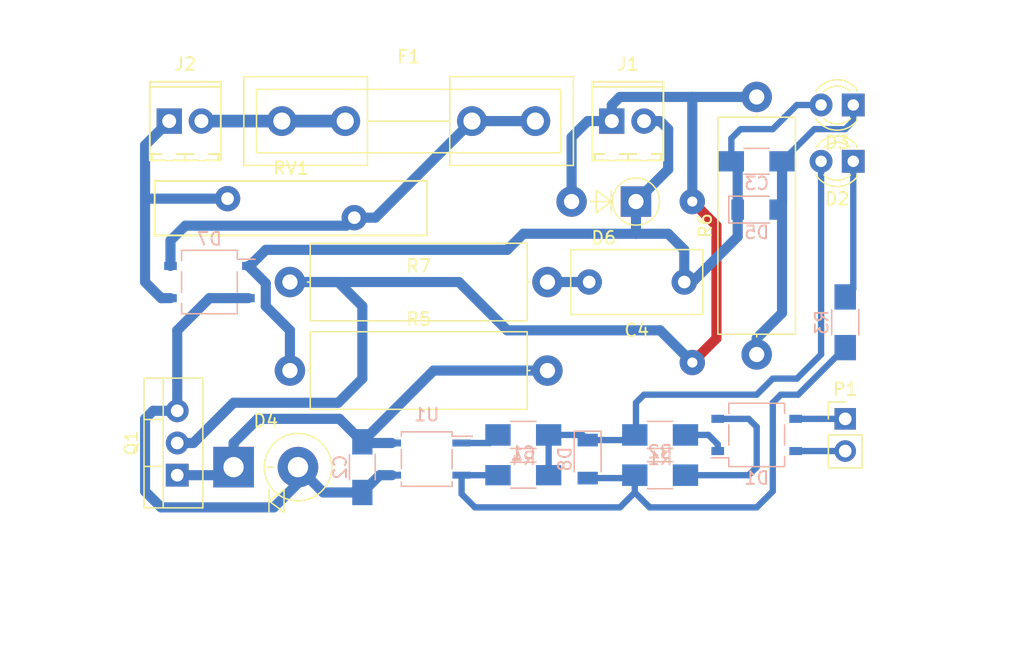
<source format=kicad_pcb>
(kicad_pcb (version 4) (host pcbnew 4.0.5)

  (general
    (links 44)
    (no_connects 0)
    (area 92.895 73.655 198.855001 134.720001)
    (thickness 1.6)
    (drawings 6)
    (tracks 143)
    (zones 0)
    (modules 26)
    (nets 18)
  )

  (page A4)
  (layers
    (0 F.Cu signal)
    (31 B.Cu signal)
    (32 B.Adhes user)
    (33 F.Adhes user)
    (34 B.Paste user)
    (35 F.Paste user)
    (36 B.SilkS user)
    (37 F.SilkS user)
    (38 B.Mask user)
    (39 F.Mask user)
    (40 Dwgs.User user)
    (41 Cmts.User user)
    (42 Eco1.User user)
    (43 Eco2.User user)
    (44 Edge.Cuts user)
    (45 Margin user)
    (46 B.CrtYd user)
    (47 F.CrtYd user)
    (48 B.Fab user)
    (49 F.Fab user)
  )

  (setup
    (last_trace_width 0.5)
    (user_trace_width 0.5)
    (user_trace_width 0.8)
    (user_trace_width 1)
    (trace_clearance 0.2)
    (zone_clearance 0.508)
    (zone_45_only no)
    (trace_min 0.2)
    (segment_width 0.2)
    (edge_width 0.15)
    (via_size 0.6)
    (via_drill 0.4)
    (via_min_size 0.4)
    (via_min_drill 0.3)
    (user_via 2 0.8)
    (uvia_size 0.3)
    (uvia_drill 0.1)
    (uvias_allowed no)
    (uvia_min_size 0.2)
    (uvia_min_drill 0.1)
    (pcb_text_width 0.3)
    (pcb_text_size 1.5 1.5)
    (mod_edge_width 0.15)
    (mod_text_size 1 1)
    (mod_text_width 0.15)
    (pad_size 1.524 1.524)
    (pad_drill 0.762)
    (pad_to_mask_clearance 0.2)
    (aux_axis_origin 0 0)
    (visible_elements 7FFFFFFF)
    (pcbplotparams
      (layerselection 0x00030_80000001)
      (usegerberextensions false)
      (excludeedgelayer true)
      (linewidth 0.100000)
      (plotframeref false)
      (viasonmask false)
      (mode 1)
      (useauxorigin false)
      (hpglpennumber 1)
      (hpglpenspeed 20)
      (hpglpendiameter 15)
      (hpglpenoverlay 2)
      (psnegative false)
      (psa4output false)
      (plotreference true)
      (plotvalue true)
      (plotinvisibletext false)
      (padsonsilk false)
      (subtractmaskfromsilk false)
      (outputformat 1)
      (mirror false)
      (drillshape 1)
      (scaleselection 1)
      (outputdirectory ""))
  )

  (net 0 "")
  (net 1 "Net-(C1-Pad1)")
  (net 2 "Net-(C1-Pad2)")
  (net 3 "Net-(C2-Pad1)")
  (net 4 "Net-(C2-Pad2)")
  (net 5 "Net-(C3-Pad1)")
  (net 6 "Net-(C3-Pad2)")
  (net 7 "Net-(C4-Pad2)")
  (net 8 "Net-(D1-Pad1)")
  (net 9 "Net-(D1-Pad2)")
  (net 10 "Net-(D1-Pad3)")
  (net 11 "Net-(D1-Pad4)")
  (net 12 "Net-(D2-Pad1)")
  (net 13 "Net-(D6-Pad2)")
  (net 14 "Net-(D7-Pad3)")
  (net 15 "Net-(D7-Pad4)")
  (net 16 "Net-(F1-Pad1)")
  (net 17 "Net-(R4-Pad1)")

  (net_class Default "Это класс цепей по умолчанию."
    (clearance 0.2)
    (trace_width 0.25)
    (via_dia 0.6)
    (via_drill 0.4)
    (uvia_dia 0.3)
    (uvia_drill 0.1)
    (add_net "Net-(C1-Pad1)")
    (add_net "Net-(C1-Pad2)")
    (add_net "Net-(C2-Pad1)")
    (add_net "Net-(C2-Pad2)")
    (add_net "Net-(C3-Pad1)")
    (add_net "Net-(C3-Pad2)")
    (add_net "Net-(C4-Pad2)")
    (add_net "Net-(D1-Pad1)")
    (add_net "Net-(D1-Pad2)")
    (add_net "Net-(D1-Pad3)")
    (add_net "Net-(D1-Pad4)")
    (add_net "Net-(D2-Pad1)")
    (add_net "Net-(D6-Pad2)")
    (add_net "Net-(D7-Pad3)")
    (add_net "Net-(D7-Pad4)")
    (add_net "Net-(F1-Pad1)")
    (add_net "Net-(R4-Pad1)")
  )

  (net_class power ""
    (clearance 0.5)
    (trace_width 0.8)
    (via_dia 0.6)
    (via_drill 0.4)
    (uvia_dia 0.3)
    (uvia_drill 0.1)
  )

  (module Capacitors_SMD:C_1206_HandSoldering (layer B.Cu) (tedit 58AA84D1) (tstamp 59EFB14D)
    (at 125.095 107.95 180)
    (descr "Capacitor SMD 1206, hand soldering")
    (tags "capacitor 1206")
    (path /59EF8FE1)
    (attr smd)
    (fp_text reference C1 (at 0 1.75 180) (layer B.SilkS)
      (effects (font (size 1 1) (thickness 0.15)) (justify mirror))
    )
    (fp_text value 0,1 (at 0 -2 180) (layer B.Fab)
      (effects (font (size 1 1) (thickness 0.15)) (justify mirror))
    )
    (fp_text user %R (at 0 1.75 180) (layer B.Fab)
      (effects (font (size 1 1) (thickness 0.15)) (justify mirror))
    )
    (fp_line (start -1.6 -0.8) (end -1.6 0.8) (layer B.Fab) (width 0.1))
    (fp_line (start 1.6 -0.8) (end -1.6 -0.8) (layer B.Fab) (width 0.1))
    (fp_line (start 1.6 0.8) (end 1.6 -0.8) (layer B.Fab) (width 0.1))
    (fp_line (start -1.6 0.8) (end 1.6 0.8) (layer B.Fab) (width 0.1))
    (fp_line (start 1 1.02) (end -1 1.02) (layer B.SilkS) (width 0.12))
    (fp_line (start -1 -1.02) (end 1 -1.02) (layer B.SilkS) (width 0.12))
    (fp_line (start -3.25 1.05) (end 3.25 1.05) (layer B.CrtYd) (width 0.05))
    (fp_line (start -3.25 1.05) (end -3.25 -1.05) (layer B.CrtYd) (width 0.05))
    (fp_line (start 3.25 -1.05) (end 3.25 1.05) (layer B.CrtYd) (width 0.05))
    (fp_line (start 3.25 -1.05) (end -3.25 -1.05) (layer B.CrtYd) (width 0.05))
    (pad 1 smd rect (at -2 0 180) (size 2 1.6) (layers B.Cu B.Paste B.Mask)
      (net 1 "Net-(C1-Pad1)"))
    (pad 2 smd rect (at 2 0 180) (size 2 1.6) (layers B.Cu B.Paste B.Mask)
      (net 2 "Net-(C1-Pad2)"))
    (model Capacitors_SMD.3dshapes/C_1206.wrl
      (at (xyz 0 0 0))
      (scale (xyz 1 1 1))
      (rotate (xyz 0 0 0))
    )
  )

  (module Capacitors_SMD:C_1206_HandSoldering (layer B.Cu) (tedit 58AA84D1) (tstamp 59EFB153)
    (at 112.395 107.315 270)
    (descr "Capacitor SMD 1206, hand soldering")
    (tags "capacitor 1206")
    (path /59EF94AB)
    (attr smd)
    (fp_text reference C2 (at 0 1.75 270) (layer B.SilkS)
      (effects (font (size 1 1) (thickness 0.15)) (justify mirror))
    )
    (fp_text value 0,1 (at 0 -2 270) (layer B.Fab)
      (effects (font (size 1 1) (thickness 0.15)) (justify mirror))
    )
    (fp_text user %R (at 0 1.75 270) (layer B.Fab)
      (effects (font (size 1 1) (thickness 0.15)) (justify mirror))
    )
    (fp_line (start -1.6 -0.8) (end -1.6 0.8) (layer B.Fab) (width 0.1))
    (fp_line (start 1.6 -0.8) (end -1.6 -0.8) (layer B.Fab) (width 0.1))
    (fp_line (start 1.6 0.8) (end 1.6 -0.8) (layer B.Fab) (width 0.1))
    (fp_line (start -1.6 0.8) (end 1.6 0.8) (layer B.Fab) (width 0.1))
    (fp_line (start 1 1.02) (end -1 1.02) (layer B.SilkS) (width 0.12))
    (fp_line (start -1 -1.02) (end 1 -1.02) (layer B.SilkS) (width 0.12))
    (fp_line (start -3.25 1.05) (end 3.25 1.05) (layer B.CrtYd) (width 0.05))
    (fp_line (start -3.25 1.05) (end -3.25 -1.05) (layer B.CrtYd) (width 0.05))
    (fp_line (start 3.25 -1.05) (end 3.25 1.05) (layer B.CrtYd) (width 0.05))
    (fp_line (start 3.25 -1.05) (end -3.25 -1.05) (layer B.CrtYd) (width 0.05))
    (pad 1 smd rect (at -2 0 270) (size 2 1.6) (layers B.Cu B.Paste B.Mask)
      (net 3 "Net-(C2-Pad1)"))
    (pad 2 smd rect (at 2 0 270) (size 2 1.6) (layers B.Cu B.Paste B.Mask)
      (net 4 "Net-(C2-Pad2)"))
    (model Capacitors_SMD.3dshapes/C_1206.wrl
      (at (xyz 0 0 0))
      (scale (xyz 1 1 1))
      (rotate (xyz 0 0 0))
    )
  )

  (module Capacitors_SMD:C_1206_HandSoldering (layer B.Cu) (tedit 58AA84D1) (tstamp 59EFB159)
    (at 143.51 83.185)
    (descr "Capacitor SMD 1206, hand soldering")
    (tags "capacitor 1206")
    (path /59EF987A)
    (attr smd)
    (fp_text reference C3 (at 0 1.75) (layer B.SilkS)
      (effects (font (size 1 1) (thickness 0.15)) (justify mirror))
    )
    (fp_text value 0,1 (at 0 -2) (layer B.Fab)
      (effects (font (size 1 1) (thickness 0.15)) (justify mirror))
    )
    (fp_text user %R (at 0 1.75) (layer B.Fab)
      (effects (font (size 1 1) (thickness 0.15)) (justify mirror))
    )
    (fp_line (start -1.6 -0.8) (end -1.6 0.8) (layer B.Fab) (width 0.1))
    (fp_line (start 1.6 -0.8) (end -1.6 -0.8) (layer B.Fab) (width 0.1))
    (fp_line (start 1.6 0.8) (end 1.6 -0.8) (layer B.Fab) (width 0.1))
    (fp_line (start -1.6 0.8) (end 1.6 0.8) (layer B.Fab) (width 0.1))
    (fp_line (start 1 1.02) (end -1 1.02) (layer B.SilkS) (width 0.12))
    (fp_line (start -1 -1.02) (end 1 -1.02) (layer B.SilkS) (width 0.12))
    (fp_line (start -3.25 1.05) (end 3.25 1.05) (layer B.CrtYd) (width 0.05))
    (fp_line (start -3.25 1.05) (end -3.25 -1.05) (layer B.CrtYd) (width 0.05))
    (fp_line (start 3.25 -1.05) (end 3.25 1.05) (layer B.CrtYd) (width 0.05))
    (fp_line (start 3.25 -1.05) (end -3.25 -1.05) (layer B.CrtYd) (width 0.05))
    (pad 1 smd rect (at -2 0) (size 2 1.6) (layers B.Cu B.Paste B.Mask)
      (net 5 "Net-(C3-Pad1)"))
    (pad 2 smd rect (at 2 0) (size 2 1.6) (layers B.Cu B.Paste B.Mask)
      (net 6 "Net-(C3-Pad2)"))
    (model Capacitors_SMD.3dshapes/C_1206.wrl
      (at (xyz 0 0 0))
      (scale (xyz 1 1 1))
      (rotate (xyz 0 0 0))
    )
  )

  (module Capacitors_THT:C_Rect_L10.3mm_W5.0mm_P7.50mm_MKS4 (layer F.Cu) (tedit 59EFB54C) (tstamp 59EFB15F)
    (at 137.795 92.71 180)
    (descr "C, Rect series, Radial, pin pitch=7.50mm, , length*width=10.3*5mm^2, Capacitor, http://www.wima.com/EN/WIMA_MKS_4.pdf")
    (tags "C Rect series Radial pin pitch 7.50mm  length 10.3mm width 5mm Capacitor")
    (path /59EF98D3)
    (fp_text reference C4 (at 3.75 -3.81 180) (layer F.SilkS)
      (effects (font (size 1 1) (thickness 0.15)))
    )
    (fp_text value "0,1 400v" (at 3.175 -1.27 180) (layer F.Fab)
      (effects (font (size 1 1) (thickness 0.15)))
    )
    (fp_line (start -1.4 -2.5) (end -1.4 2.5) (layer F.Fab) (width 0.1))
    (fp_line (start -1.4 2.5) (end 8.9 2.5) (layer F.Fab) (width 0.1))
    (fp_line (start 8.9 2.5) (end 8.9 -2.5) (layer F.Fab) (width 0.1))
    (fp_line (start 8.9 -2.5) (end -1.4 -2.5) (layer F.Fab) (width 0.1))
    (fp_line (start -1.46 -2.56) (end 8.96 -2.56) (layer F.SilkS) (width 0.12))
    (fp_line (start -1.46 2.56) (end 8.96 2.56) (layer F.SilkS) (width 0.12))
    (fp_line (start -1.46 -2.56) (end -1.46 2.56) (layer F.SilkS) (width 0.12))
    (fp_line (start 8.96 -2.56) (end 8.96 2.56) (layer F.SilkS) (width 0.12))
    (fp_line (start -1.75 -2.85) (end -1.75 2.85) (layer F.CrtYd) (width 0.05))
    (fp_line (start -1.75 2.85) (end 9.25 2.85) (layer F.CrtYd) (width 0.05))
    (fp_line (start 9.25 2.85) (end 9.25 -2.85) (layer F.CrtYd) (width 0.05))
    (fp_line (start 9.25 -2.85) (end -1.75 -2.85) (layer F.CrtYd) (width 0.05))
    (fp_text user %R (at 3.75 0 180) (layer F.Fab)
      (effects (font (size 1 1) (thickness 0.15)))
    )
    (pad 1 thru_hole circle (at 0 0 180) (size 2 2) (drill 1) (layers *.Cu *.Mask)
      (net 5 "Net-(C3-Pad1)"))
    (pad 2 thru_hole circle (at 7.5 0 180) (size 2 2) (drill 1) (layers *.Cu *.Mask)
      (net 7 "Net-(C4-Pad2)"))
    (model ${KISYS3DMOD}/Capacitors_THT.3dshapes/C_Rect_L10.3mm_W5.0mm_P7.50mm_MKS4.wrl
      (at (xyz 0 0 0))
      (scale (xyz 1 1 1))
      (rotate (xyz 0 0 0))
    )
  )

  (module Diodes_SMD:Diode_Bridge_TO-269AA (layer B.Cu) (tedit 59362E8E) (tstamp 59EFB167)
    (at 143.51 104.775)
    (descr "SMD diode bridge TO-269AA (MBS), see http://www.vishay.com/docs/88854/padlayouts.pdf")
    (tags "TO-269AA MBS")
    (path /59EFB950)
    (attr smd)
    (fp_text reference D1 (at 0 3.4) (layer B.SilkS)
      (effects (font (size 1 1) (thickness 0.15)) (justify mirror))
    )
    (fp_text value MB6S (at 0 -3.5) (layer B.Fab)
      (effects (font (size 1 1) (thickness 0.15)) (justify mirror))
    )
    (fp_line (start -2.2 2.5) (end -2.2 1.8) (layer B.SilkS) (width 0.12))
    (fp_line (start -2.2 1.8) (end -3.6 1.8) (layer B.SilkS) (width 0.12))
    (fp_text user %R (at 0 0.065) (layer B.Fab)
      (effects (font (size 1 1) (thickness 0.15)) (justify mirror))
    )
    (fp_line (start 2.2 0.8) (end 2.2 -0.8) (layer B.SilkS) (width 0.12))
    (fp_line (start -2.2 0.8) (end -2.2 -0.8) (layer B.SilkS) (width 0.12))
    (fp_line (start 2.2 1.7) (end 2.2 2.5) (layer B.SilkS) (width 0.12))
    (fp_line (start 2.2 2.5) (end -2.2 2.5) (layer B.SilkS) (width 0.12))
    (fp_line (start 2.2 -1.7) (end 2.2 -2.5) (layer B.SilkS) (width 0.12))
    (fp_line (start 2.2 -2.5) (end -2.2 -2.5) (layer B.SilkS) (width 0.12))
    (fp_line (start -2.2 -2.5) (end -2.2 -1.7) (layer B.SilkS) (width 0.12))
    (fp_line (start 2.05 2.4) (end 2.05 -2.4) (layer B.Fab) (width 0.12))
    (fp_line (start 2.05 -2.4) (end -2.05 -2.4) (layer B.Fab) (width 0.12))
    (fp_line (start -2.05 -2.4) (end -2.05 1.7) (layer B.Fab) (width 0.12))
    (fp_line (start -2.05 1.7) (end -1.35 2.4) (layer B.Fab) (width 0.12))
    (fp_line (start -1.35 2.4) (end 2.05 2.4) (layer B.Fab) (width 0.12))
    (fp_line (start -3.82 2.65) (end 3.83 2.65) (layer B.CrtYd) (width 0.05))
    (fp_line (start -3.82 2.65) (end -3.82 -2.65) (layer B.CrtYd) (width 0.05))
    (fp_line (start 3.83 -2.65) (end 3.83 2.65) (layer B.CrtYd) (width 0.05))
    (fp_line (start 3.83 -2.65) (end -3.82 -2.65) (layer B.CrtYd) (width 0.05))
    (pad 1 smd rect (at -3.075 1.27) (size 1 0.64) (layers B.Cu B.Paste B.Mask)
      (net 8 "Net-(D1-Pad1)"))
    (pad 2 smd rect (at -3.075 -1.27) (size 1 0.64) (layers B.Cu B.Paste B.Mask)
      (net 9 "Net-(D1-Pad2)"))
    (pad 3 smd rect (at 3.075 -1.27) (size 1 0.64) (layers B.Cu B.Paste B.Mask)
      (net 10 "Net-(D1-Pad3)"))
    (pad 4 smd rect (at 3.075 1.27) (size 1 0.64) (layers B.Cu B.Paste B.Mask)
      (net 11 "Net-(D1-Pad4)"))
    (model ${KISYS3DMOD}/Diodes_SMD.3dshapes/Diode_Bridge_TO-269AA.wrl
      (at (xyz 0 0.0005910000000000001 0))
      (scale (xyz 1 1 1))
      (rotate (xyz 0 0 0))
    )
  )

  (module LEDs:LED_D3.0mm (layer F.Cu) (tedit 587A3A7B) (tstamp 59EFB16D)
    (at 151.13 83.185 180)
    (descr "LED, diameter 3.0mm, 2 pins")
    (tags "LED diameter 3.0mm 2 pins")
    (path /59EF8D3B)
    (fp_text reference D2 (at 1.27 -2.96 180) (layer F.SilkS)
      (effects (font (size 1 1) (thickness 0.15)))
    )
    (fp_text value LED (at 1.27 2.96 180) (layer F.Fab)
      (effects (font (size 1 1) (thickness 0.15)))
    )
    (fp_arc (start 1.27 0) (end -0.23 -1.16619) (angle 284.3) (layer F.Fab) (width 0.1))
    (fp_arc (start 1.27 0) (end -0.29 -1.235516) (angle 108.8) (layer F.SilkS) (width 0.12))
    (fp_arc (start 1.27 0) (end -0.29 1.235516) (angle -108.8) (layer F.SilkS) (width 0.12))
    (fp_arc (start 1.27 0) (end 0.229039 -1.08) (angle 87.9) (layer F.SilkS) (width 0.12))
    (fp_arc (start 1.27 0) (end 0.229039 1.08) (angle -87.9) (layer F.SilkS) (width 0.12))
    (fp_circle (center 1.27 0) (end 2.77 0) (layer F.Fab) (width 0.1))
    (fp_line (start -0.23 -1.16619) (end -0.23 1.16619) (layer F.Fab) (width 0.1))
    (fp_line (start -0.29 -1.236) (end -0.29 -1.08) (layer F.SilkS) (width 0.12))
    (fp_line (start -0.29 1.08) (end -0.29 1.236) (layer F.SilkS) (width 0.12))
    (fp_line (start -1.15 -2.25) (end -1.15 2.25) (layer F.CrtYd) (width 0.05))
    (fp_line (start -1.15 2.25) (end 3.7 2.25) (layer F.CrtYd) (width 0.05))
    (fp_line (start 3.7 2.25) (end 3.7 -2.25) (layer F.CrtYd) (width 0.05))
    (fp_line (start 3.7 -2.25) (end -1.15 -2.25) (layer F.CrtYd) (width 0.05))
    (pad 1 thru_hole rect (at 0 0 180) (size 1.8 1.8) (drill 0.9) (layers *.Cu *.Mask)
      (net 12 "Net-(D2-Pad1)"))
    (pad 2 thru_hole circle (at 2.54 0 180) (size 1.8 1.8) (drill 0.9) (layers *.Cu *.Mask)
      (net 1 "Net-(C1-Pad1)"))
    (model ${KISYS3DMOD}/LEDs.3dshapes/LED_D3.0mm.wrl
      (at (xyz 0 0 0))
      (scale (xyz 0.393701 0.393701 0.393701))
      (rotate (xyz 0 0 0))
    )
  )

  (module LEDs:LED_D3.0mm (layer F.Cu) (tedit 587A3A7B) (tstamp 59EFB173)
    (at 151.13 78.74 180)
    (descr "LED, diameter 3.0mm, 2 pins")
    (tags "LED diameter 3.0mm 2 pins")
    (path /59EF99DE)
    (fp_text reference D3 (at 1.27 -2.96 180) (layer F.SilkS)
      (effects (font (size 1 1) (thickness 0.15)))
    )
    (fp_text value LED (at 1.27 2.96 180) (layer F.Fab)
      (effects (font (size 1 1) (thickness 0.15)))
    )
    (fp_arc (start 1.27 0) (end -0.23 -1.16619) (angle 284.3) (layer F.Fab) (width 0.1))
    (fp_arc (start 1.27 0) (end -0.29 -1.235516) (angle 108.8) (layer F.SilkS) (width 0.12))
    (fp_arc (start 1.27 0) (end -0.29 1.235516) (angle -108.8) (layer F.SilkS) (width 0.12))
    (fp_arc (start 1.27 0) (end 0.229039 -1.08) (angle 87.9) (layer F.SilkS) (width 0.12))
    (fp_arc (start 1.27 0) (end 0.229039 1.08) (angle -87.9) (layer F.SilkS) (width 0.12))
    (fp_circle (center 1.27 0) (end 2.77 0) (layer F.Fab) (width 0.1))
    (fp_line (start -0.23 -1.16619) (end -0.23 1.16619) (layer F.Fab) (width 0.1))
    (fp_line (start -0.29 -1.236) (end -0.29 -1.08) (layer F.SilkS) (width 0.12))
    (fp_line (start -0.29 1.08) (end -0.29 1.236) (layer F.SilkS) (width 0.12))
    (fp_line (start -1.15 -2.25) (end -1.15 2.25) (layer F.CrtYd) (width 0.05))
    (fp_line (start -1.15 2.25) (end 3.7 2.25) (layer F.CrtYd) (width 0.05))
    (fp_line (start 3.7 2.25) (end 3.7 -2.25) (layer F.CrtYd) (width 0.05))
    (fp_line (start 3.7 -2.25) (end -1.15 -2.25) (layer F.CrtYd) (width 0.05))
    (pad 1 thru_hole rect (at 0 0 180) (size 1.8 1.8) (drill 0.9) (layers *.Cu *.Mask)
      (net 6 "Net-(C3-Pad2)"))
    (pad 2 thru_hole circle (at 2.54 0 180) (size 1.8 1.8) (drill 0.9) (layers *.Cu *.Mask)
      (net 5 "Net-(C3-Pad1)"))
    (model ${KISYS3DMOD}/LEDs.3dshapes/LED_D3.0mm.wrl
      (at (xyz 0 0 0))
      (scale (xyz 0.393701 0.393701 0.393701))
      (rotate (xyz 0 0 0))
    )
  )

  (module Diodes_THT:D_DO-201AD_P5.08mm_Vertical_KathodeUp (layer F.Cu) (tedit 59EFBA57) (tstamp 59EFB179)
    (at 102.235 107.315)
    (descr "D, DO-201AD series, Axial, Vertical, pin pitch=5.08mm, , length*diameter=9.5*5.2mm^2, , http://www.diodes.com/_files/packages/DO-201AD.pdf")
    (tags "D DO-201AD series Axial Vertical pin pitch 5.08mm  length 9.5mm diameter 5.2mm")
    (path /59EF950A)
    (fp_text reference D4 (at 2.54 -3.66) (layer F.SilkS)
      (effects (font (size 1 1) (thickness 0.15)))
    )
    (fp_text value "7,5v 1500a" (at 3.175 -2.54) (layer F.Fab)
      (effects (font (size 1 1) (thickness 0.15)))
    )
    (fp_text user K (at -2.3 0) (layer F.Fab)
      (effects (font (size 1 1) (thickness 0.15)))
    )
    (fp_text user %R (at 2.54 0) (layer F.Fab)
      (effects (font (size 1 1) (thickness 0.15)))
    )
    (fp_line (start 0 0) (end 5.08 0) (layer F.Fab) (width 0.1))
    (fp_line (start 2.66 0) (end 3.18 0) (layer F.SilkS) (width 0.12))
    (fp_line (start 2.794 1.78) (end 2.794 3.558) (layer F.SilkS) (width 0.12))
    (fp_line (start 2.794 2.669) (end 3.979333 1.78) (layer F.SilkS) (width 0.12))
    (fp_line (start 3.979333 1.78) (end 3.979333 3.558) (layer F.SilkS) (width 0.12))
    (fp_line (start 3.979333 3.558) (end 2.794 2.669) (layer F.SilkS) (width 0.12))
    (fp_line (start -1.95 -2.95) (end -1.95 2.95) (layer F.CrtYd) (width 0.05))
    (fp_line (start -1.95 2.95) (end 8 2.95) (layer F.CrtYd) (width 0.05))
    (fp_line (start 8 2.95) (end 8 -2.95) (layer F.CrtYd) (width 0.05))
    (fp_line (start 8 -2.95) (end -1.95 -2.95) (layer F.CrtYd) (width 0.05))
    (fp_circle (center 5.08 0) (end 7.68 0) (layer F.Fab) (width 0.1))
    (fp_circle (center 5.08 0) (end 7.74 0) (layer F.SilkS) (width 0.12))
    (pad 1 thru_hole rect (at 0 0) (size 3.2 3.2) (drill 1.6) (layers *.Cu *.Mask)
      (net 3 "Net-(C2-Pad1)"))
    (pad 2 thru_hole oval (at 5.08 0) (size 3.2 3.2) (drill 1.6) (layers *.Cu *.Mask)
      (net 4 "Net-(C2-Pad2)"))
    (model ${KISYS3DMOD}/Diodes_THT.3dshapes/D_DO-201AD_P5.08mm_Vertical_KathodeUp.wrl
      (at (xyz 0 0 0))
      (scale (xyz 0.393701 0.393701 0.393701))
      (rotate (xyz 0 0 0))
    )
  )

  (module Diodes_SMD:D_1206 (layer B.Cu) (tedit 590CEAF5) (tstamp 59EFB17F)
    (at 143.51 86.995)
    (descr "Diode SMD 1206, reflow soldering http://datasheets.avx.com/schottky.pdf")
    (tags "Diode 1206")
    (path /59EFA527)
    (attr smd)
    (fp_text reference D5 (at 0 1.8) (layer B.SilkS)
      (effects (font (size 1 1) (thickness 0.15)) (justify mirror))
    )
    (fp_text value 5v6 (at 0 -1.9) (layer B.Fab)
      (effects (font (size 1 1) (thickness 0.15)) (justify mirror))
    )
    (fp_text user %R (at 0 1.8) (layer B.Fab)
      (effects (font (size 1 1) (thickness 0.15)) (justify mirror))
    )
    (fp_line (start -0.254 0.254) (end -0.254 -0.254) (layer B.Fab) (width 0.1))
    (fp_line (start 0.127 0) (end 0.381 0) (layer B.Fab) (width 0.1))
    (fp_line (start -0.254 0) (end -0.508 0) (layer B.Fab) (width 0.1))
    (fp_line (start 0.127 -0.254) (end -0.254 0) (layer B.Fab) (width 0.1))
    (fp_line (start 0.127 0.254) (end 0.127 -0.254) (layer B.Fab) (width 0.1))
    (fp_line (start -0.254 0) (end 0.127 0.254) (layer B.Fab) (width 0.1))
    (fp_line (start -2.2 1.06) (end -2.2 -1.06) (layer B.SilkS) (width 0.12))
    (fp_line (start -1.7 -0.95) (end -1.7 0.95) (layer B.Fab) (width 0.1))
    (fp_line (start 1.7 -0.95) (end -1.7 -0.95) (layer B.Fab) (width 0.1))
    (fp_line (start 1.7 0.95) (end 1.7 -0.95) (layer B.Fab) (width 0.1))
    (fp_line (start -1.7 0.95) (end 1.7 0.95) (layer B.Fab) (width 0.1))
    (fp_line (start -2.3 1.16) (end 2.3 1.16) (layer B.CrtYd) (width 0.05))
    (fp_line (start -2.3 -1.16) (end 2.3 -1.16) (layer B.CrtYd) (width 0.05))
    (fp_line (start -2.3 1.16) (end -2.3 -1.16) (layer B.CrtYd) (width 0.05))
    (fp_line (start 2.3 1.16) (end 2.3 -1.16) (layer B.CrtYd) (width 0.05))
    (fp_line (start 1 1.06) (end -2.2 1.06) (layer B.SilkS) (width 0.12))
    (fp_line (start -2.2 -1.06) (end 1 -1.06) (layer B.SilkS) (width 0.12))
    (pad 1 smd rect (at -1.5 0) (size 1 1.6) (layers B.Cu B.Paste B.Mask)
      (net 5 "Net-(C3-Pad1)"))
    (pad 2 smd rect (at 1.5 0) (size 1 1.6) (layers B.Cu B.Paste B.Mask)
      (net 6 "Net-(C3-Pad2)"))
    (model ${KISYS3DMOD}/Diodes_SMD.3dshapes/D_1206.wrl
      (at (xyz 0 0 0))
      (scale (xyz 1 1 1))
      (rotate (xyz 0 0 0))
    )
  )

  (module Diodes_THT:D_DO-15_P5.08mm_Vertical_AnodeUp (layer F.Cu) (tedit 5921392E) (tstamp 59EFB185)
    (at 133.985 86.36 180)
    (descr "D, DO-15 series, Axial, Vertical, pin pitch=5.08mm, , length*diameter=7.6*3.6mm^2, , http://www.diodes.com/_files/packages/DO-15.pdf")
    (tags "D DO-15 series Axial Vertical pin pitch 5.08mm  length 7.6mm diameter 3.6mm")
    (path /59EF97B0)
    (fp_text reference D6 (at 2.54 -2.86 180) (layer F.SilkS)
      (effects (font (size 1 1) (thickness 0.15)))
    )
    (fp_text value RL206 (at 2.54 2.86 180) (layer F.Fab)
      (effects (font (size 1 1) (thickness 0.15)))
    )
    (fp_text user K (at -2.56 0 180) (layer F.Fab)
      (effects (font (size 1 1) (thickness 0.15)))
    )
    (fp_text user %R (at 2.54 0 180) (layer F.Fab)
      (effects (font (size 1 1) (thickness 0.15)))
    )
    (fp_line (start 0 0) (end 5.08 0) (layer F.Fab) (width 0.1))
    (fp_line (start 1.86 0) (end 3.58 0) (layer F.SilkS) (width 0.12))
    (fp_line (start 1.947333 -0.889) (end 1.947333 0.889) (layer F.SilkS) (width 0.12))
    (fp_line (start 1.947333 0) (end 3.132667 -0.889) (layer F.SilkS) (width 0.12))
    (fp_line (start 3.132667 -0.889) (end 3.132667 0.889) (layer F.SilkS) (width 0.12))
    (fp_line (start 3.132667 0.889) (end 1.947333 0) (layer F.SilkS) (width 0.12))
    (fp_line (start -2.15 -2.15) (end -2.15 2.15) (layer F.CrtYd) (width 0.05))
    (fp_line (start -2.15 2.15) (end 6.6 2.15) (layer F.CrtYd) (width 0.05))
    (fp_line (start 6.6 2.15) (end 6.6 -2.15) (layer F.CrtYd) (width 0.05))
    (fp_line (start 6.6 -2.15) (end -2.15 -2.15) (layer F.CrtYd) (width 0.05))
    (fp_circle (center 0 0) (end 1.8 0) (layer F.Fab) (width 0.1))
    (fp_circle (center 0 0) (end 1.86 0) (layer F.SilkS) (width 0.12))
    (pad 1 thru_hole rect (at 0 0 180) (size 2.4 2.4) (drill 1.2) (layers *.Cu *.Mask)
      (net 5 "Net-(C3-Pad1)"))
    (pad 2 thru_hole oval (at 5.08 0 180) (size 2.4 2.4) (drill 1.2) (layers *.Cu *.Mask)
      (net 13 "Net-(D6-Pad2)"))
    (model ${KISYS3DMOD}/Diodes_THT.3dshapes/D_DO-15_P5.08mm_Vertical_AnodeUp.wrl
      (at (xyz 0 0 0))
      (scale (xyz 0.393701 0.393701 0.393701))
      (rotate (xyz 0 0 0))
    )
  )

  (module Diodes_SMD:Diode_Bridge_TO-269AA (layer B.Cu) (tedit 59362E8E) (tstamp 59EFB18D)
    (at 100.33 92.71 180)
    (descr "SMD diode bridge TO-269AA (MBS), see http://www.vishay.com/docs/88854/padlayouts.pdf")
    (tags "TO-269AA MBS")
    (path /59EFBBD9)
    (attr smd)
    (fp_text reference D7 (at 0 3.4 180) (layer B.SilkS)
      (effects (font (size 1 1) (thickness 0.15)) (justify mirror))
    )
    (fp_text value MB6S (at 0 -3.5 180) (layer B.Fab)
      (effects (font (size 1 1) (thickness 0.15)) (justify mirror))
    )
    (fp_line (start -2.2 2.5) (end -2.2 1.8) (layer B.SilkS) (width 0.12))
    (fp_line (start -2.2 1.8) (end -3.6 1.8) (layer B.SilkS) (width 0.12))
    (fp_text user %R (at 0 0.065 180) (layer B.Fab)
      (effects (font (size 1 1) (thickness 0.15)) (justify mirror))
    )
    (fp_line (start 2.2 0.8) (end 2.2 -0.8) (layer B.SilkS) (width 0.12))
    (fp_line (start -2.2 0.8) (end -2.2 -0.8) (layer B.SilkS) (width 0.12))
    (fp_line (start 2.2 1.7) (end 2.2 2.5) (layer B.SilkS) (width 0.12))
    (fp_line (start 2.2 2.5) (end -2.2 2.5) (layer B.SilkS) (width 0.12))
    (fp_line (start 2.2 -1.7) (end 2.2 -2.5) (layer B.SilkS) (width 0.12))
    (fp_line (start 2.2 -2.5) (end -2.2 -2.5) (layer B.SilkS) (width 0.12))
    (fp_line (start -2.2 -2.5) (end -2.2 -1.7) (layer B.SilkS) (width 0.12))
    (fp_line (start 2.05 2.4) (end 2.05 -2.4) (layer B.Fab) (width 0.12))
    (fp_line (start 2.05 -2.4) (end -2.05 -2.4) (layer B.Fab) (width 0.12))
    (fp_line (start -2.05 -2.4) (end -2.05 1.7) (layer B.Fab) (width 0.12))
    (fp_line (start -2.05 1.7) (end -1.35 2.4) (layer B.Fab) (width 0.12))
    (fp_line (start -1.35 2.4) (end 2.05 2.4) (layer B.Fab) (width 0.12))
    (fp_line (start -3.82 2.65) (end 3.83 2.65) (layer B.CrtYd) (width 0.05))
    (fp_line (start -3.82 2.65) (end -3.82 -2.65) (layer B.CrtYd) (width 0.05))
    (fp_line (start 3.83 -2.65) (end 3.83 2.65) (layer B.CrtYd) (width 0.05))
    (fp_line (start 3.83 -2.65) (end -3.82 -2.65) (layer B.CrtYd) (width 0.05))
    (pad 1 smd rect (at -3.075 1.27 180) (size 1 0.64) (layers B.Cu B.Paste B.Mask)
      (net 5 "Net-(C3-Pad1)"))
    (pad 2 smd rect (at -3.075 -1.27 180) (size 1 0.64) (layers B.Cu B.Paste B.Mask)
      (net 4 "Net-(C2-Pad2)"))
    (pad 3 smd rect (at 3.075 -1.27 180) (size 1 0.64) (layers B.Cu B.Paste B.Mask)
      (net 14 "Net-(D7-Pad3)"))
    (pad 4 smd rect (at 3.075 1.27 180) (size 1 0.64) (layers B.Cu B.Paste B.Mask)
      (net 15 "Net-(D7-Pad4)"))
    (model ${KISYS3DMOD}/Diodes_SMD.3dshapes/Diode_Bridge_TO-269AA.wrl
      (at (xyz 0 0.0005910000000000001 0))
      (scale (xyz 1 1 1))
      (rotate (xyz 0 0 0))
    )
  )

  (module Diodes_SMD:D_1206 (layer B.Cu) (tedit 590CEAF5) (tstamp 59EFB193)
    (at 130.175 106.68 270)
    (descr "Diode SMD 1206, reflow soldering http://datasheets.avx.com/schottky.pdf")
    (tags "Diode 1206")
    (path /59EF8CF6)
    (attr smd)
    (fp_text reference D8 (at 0 1.8 270) (layer B.SilkS)
      (effects (font (size 1 1) (thickness 0.15)) (justify mirror))
    )
    (fp_text value 5v6 (at 0 -1.9 270) (layer B.Fab)
      (effects (font (size 1 1) (thickness 0.15)) (justify mirror))
    )
    (fp_text user %R (at 0 1.8 270) (layer B.Fab)
      (effects (font (size 1 1) (thickness 0.15)) (justify mirror))
    )
    (fp_line (start -0.254 0.254) (end -0.254 -0.254) (layer B.Fab) (width 0.1))
    (fp_line (start 0.127 0) (end 0.381 0) (layer B.Fab) (width 0.1))
    (fp_line (start -0.254 0) (end -0.508 0) (layer B.Fab) (width 0.1))
    (fp_line (start 0.127 -0.254) (end -0.254 0) (layer B.Fab) (width 0.1))
    (fp_line (start 0.127 0.254) (end 0.127 -0.254) (layer B.Fab) (width 0.1))
    (fp_line (start -0.254 0) (end 0.127 0.254) (layer B.Fab) (width 0.1))
    (fp_line (start -2.2 1.06) (end -2.2 -1.06) (layer B.SilkS) (width 0.12))
    (fp_line (start -1.7 -0.95) (end -1.7 0.95) (layer B.Fab) (width 0.1))
    (fp_line (start 1.7 -0.95) (end -1.7 -0.95) (layer B.Fab) (width 0.1))
    (fp_line (start 1.7 0.95) (end 1.7 -0.95) (layer B.Fab) (width 0.1))
    (fp_line (start -1.7 0.95) (end 1.7 0.95) (layer B.Fab) (width 0.1))
    (fp_line (start -2.3 1.16) (end 2.3 1.16) (layer B.CrtYd) (width 0.05))
    (fp_line (start -2.3 -1.16) (end 2.3 -1.16) (layer B.CrtYd) (width 0.05))
    (fp_line (start -2.3 1.16) (end -2.3 -1.16) (layer B.CrtYd) (width 0.05))
    (fp_line (start 2.3 1.16) (end 2.3 -1.16) (layer B.CrtYd) (width 0.05))
    (fp_line (start 1 1.06) (end -2.2 1.06) (layer B.SilkS) (width 0.12))
    (fp_line (start -2.2 -1.06) (end 1 -1.06) (layer B.SilkS) (width 0.12))
    (pad 1 smd rect (at -1.5 0 270) (size 1 1.6) (layers B.Cu B.Paste B.Mask)
      (net 1 "Net-(C1-Pad1)"))
    (pad 2 smd rect (at 1.5 0 270) (size 1 1.6) (layers B.Cu B.Paste B.Mask)
      (net 2 "Net-(C1-Pad2)"))
    (model ${KISYS3DMOD}/Diodes_SMD.3dshapes/D_1206.wrl
      (at (xyz 0 0 0))
      (scale (xyz 1 1 1))
      (rotate (xyz 0 0 0))
    )
  )

  (module Fuse_Holders_and_Fuses:Fuseholder5x20_horiz_open_inline_Type-I (layer F.Cu) (tedit 59EFB3A2) (tstamp 59EFB19B)
    (at 106.045 80.01)
    (descr "Fuseholder, 5x20, open, horizontal, Type-I, Inline,")
    (tags "Fuseholder 5x20 open horizontal Type-I Inline Sicherungshalter offen ")
    (path /59EF9FEC)
    (fp_text reference F1 (at 10 -5.08) (layer F.SilkS)
      (effects (font (size 1 1) (thickness 0.15)))
    )
    (fp_text value 0,5A (at 10.16 -1.27) (layer F.Fab)
      (effects (font (size 1 1) (thickness 0.15)))
    )
    (fp_line (start 5 0) (end 15 0) (layer F.Fab) (width 0.1))
    (fp_line (start -2 -2.5) (end 22 -2.5) (layer F.Fab) (width 0.1))
    (fp_line (start 22 -2.5) (end 22 2.5) (layer F.Fab) (width 0.1))
    (fp_line (start 22 2.5) (end -2 2.5) (layer F.Fab) (width 0.1))
    (fp_line (start -2 2.5) (end -2 -2.5) (layer F.Fab) (width 0.1))
    (fp_line (start 13.35 -3.4) (end 13.35 3.4) (layer F.Fab) (width 0.1))
    (fp_line (start 13.35 3.4) (end 22.9 3.4) (layer F.Fab) (width 0.1))
    (fp_line (start 22.9 3.4) (end 22.9 -3.4) (layer F.Fab) (width 0.1))
    (fp_line (start 22.9 -3.4) (end 13.35 -3.4) (layer F.Fab) (width 0.1))
    (fp_line (start -2.95 -3.4) (end 6.65 -3.4) (layer F.Fab) (width 0.1))
    (fp_line (start 6.65 -3.4) (end 6.65 3.4) (layer F.Fab) (width 0.1))
    (fp_line (start 6.65 3.4) (end -2.9 3.4) (layer F.Fab) (width 0.1))
    (fp_line (start -2.9 3.4) (end -2.9 -3.4) (layer F.Fab) (width 0.1))
    (fp_line (start 13.25 0) (end 6.75 0) (layer F.SilkS) (width 0.12))
    (fp_line (start 13.25 -3.5) (end 13.25 3.5) (layer F.SilkS) (width 0.12))
    (fp_line (start 22 3.5) (end 13.25 3.5) (layer F.SilkS) (width 0.12))
    (fp_line (start 22 -3.5) (end 13.25 -3.5) (layer F.SilkS) (width 0.12))
    (fp_line (start -0.75 2.5) (end -2 2.5) (layer F.SilkS) (width 0.12))
    (fp_line (start -0.5 -2.5) (end -2 -2.5) (layer F.SilkS) (width 0.12))
    (fp_line (start 11.5 2.5) (end -0.75 2.5) (layer F.SilkS) (width 0.12))
    (fp_line (start 11.25 -2.5) (end -0.5 -2.5) (layer F.SilkS) (width 0.12))
    (fp_line (start 22 2.5) (end 11.5 2.5) (layer F.SilkS) (width 0.12))
    (fp_line (start 22 -2.5) (end 11.25 -2.5) (layer F.SilkS) (width 0.12))
    (fp_line (start 22 -2.5) (end 22 2.5) (layer F.SilkS) (width 0.12))
    (fp_line (start 23 -3.5) (end 22 -3.5) (layer F.SilkS) (width 0.12))
    (fp_line (start 23 -3.5) (end 23 3.5) (layer F.SilkS) (width 0.12))
    (fp_line (start 23 3.5) (end 22 3.5) (layer F.SilkS) (width 0.12))
    (fp_line (start -2 -2.5) (end -2 2.5) (layer F.SilkS) (width 0.12))
    (fp_line (start 6.75 -3.5) (end -3 -3.5) (layer F.SilkS) (width 0.12))
    (fp_line (start -3 -3.5) (end -3 3.5) (layer F.SilkS) (width 0.12))
    (fp_line (start 6.75 3.5) (end -3 3.5) (layer F.SilkS) (width 0.12))
    (fp_line (start 6.75 -3.5) (end 6.75 3.5) (layer F.SilkS) (width 0.12))
    (fp_line (start -3.2 -3.65) (end 23.15 -3.65) (layer F.CrtYd) (width 0.05))
    (fp_line (start -3.2 -3.65) (end -3.2 3.65) (layer F.CrtYd) (width 0.05))
    (fp_line (start 23.15 3.65) (end 23.15 -3.65) (layer F.CrtYd) (width 0.05))
    (fp_line (start 23.15 3.65) (end -3.2 3.65) (layer F.CrtYd) (width 0.05))
    (pad 2 thru_hole circle (at 15 0) (size 2.35 2.35) (drill 1.35) (layers *.Cu *.Mask)
      (net 15 "Net-(D7-Pad4)"))
    (pad 2 thru_hole circle (at 20 0) (size 2.35 2.35) (drill 1.35) (layers *.Cu *.Mask)
      (net 15 "Net-(D7-Pad4)"))
    (pad 1 thru_hole circle (at 5 0) (size 2.35 2.35) (drill 1.35) (layers *.Cu *.Mask)
      (net 16 "Net-(F1-Pad1)"))
    (pad 1 thru_hole circle (at 0 0) (size 2.35 2.35) (drill 1.35) (layers *.Cu *.Mask)
      (net 16 "Net-(F1-Pad1)"))
  )

  (module Connectors_Terminal_Blocks:TerminalBlock_Pheonix_MPT-2.54mm_2pol (layer F.Cu) (tedit 59EFB49C) (tstamp 59EFB1A3)
    (at 132.08 80.01)
    (descr "2-way 2.54mm pitch terminal block, Phoenix MPT series")
    (path /59EF9C8C)
    (fp_text reference J1 (at 1.27 -4.50088) (layer F.SilkS)
      (effects (font (size 1 1) (thickness 0.15)))
    )
    (fp_text value "DC Load" (at 1.27 -2.54) (layer F.Fab)
      (effects (font (size 1 1) (thickness 0.15)))
    )
    (fp_line (start -1.7 -3.3) (end 4.3 -3.3) (layer F.CrtYd) (width 0.05))
    (fp_line (start -1.7 3.3) (end -1.7 -3.3) (layer F.CrtYd) (width 0.05))
    (fp_line (start 4.3 3.3) (end -1.7 3.3) (layer F.CrtYd) (width 0.05))
    (fp_line (start 4.3 -3.3) (end 4.3 3.3) (layer F.CrtYd) (width 0.05))
    (fp_line (start 4.06908 2.60096) (end -1.52908 2.60096) (layer F.SilkS) (width 0.15))
    (fp_line (start -1.33096 3.0988) (end -1.33096 2.60096) (layer F.SilkS) (width 0.15))
    (fp_line (start 3.87096 2.60096) (end 3.87096 3.0988) (layer F.SilkS) (width 0.15))
    (fp_line (start 1.27 3.0988) (end 1.27 2.60096) (layer F.SilkS) (width 0.15))
    (fp_line (start -1.52908 -2.70002) (end 4.06908 -2.70002) (layer F.SilkS) (width 0.15))
    (fp_line (start -1.52908 3.0988) (end 4.06908 3.0988) (layer F.SilkS) (width 0.15))
    (fp_line (start 4.06908 3.0988) (end 4.06908 -3.0988) (layer F.SilkS) (width 0.15))
    (fp_line (start 4.06908 -3.0988) (end -1.52908 -3.0988) (layer F.SilkS) (width 0.15))
    (fp_line (start -1.52908 -3.0988) (end -1.52908 3.0988) (layer F.SilkS) (width 0.15))
    (pad 2 thru_hole oval (at 2.54 0) (size 1.99898 1.99898) (drill 1.09728) (layers *.Cu *.Mask)
      (net 5 "Net-(C3-Pad1)"))
    (pad 1 thru_hole rect (at 0 0) (size 1.99898 1.99898) (drill 1.09728) (layers *.Cu *.Mask)
      (net 13 "Net-(D6-Pad2)"))
    (pad "" np_thru_hole circle (at 0 2.54) (size 1.1 1.1) (drill 1.1) (layers *.Cu *.Mask))
    (pad "" np_thru_hole circle (at 2.54 2.54) (size 1.1 1.1) (drill 1.1) (layers *.Cu *.Mask))
    (model Terminal_Blocks.3dshapes/TerminalBlock_Pheonix_MPT-2.54mm_2pol.wrl
      (at (xyz 0.05 0 0))
      (scale (xyz 1 1 1))
      (rotate (xyz 0 0 0))
    )
  )

  (module Connectors_Terminal_Blocks:TerminalBlock_Pheonix_MPT-2.54mm_2pol (layer F.Cu) (tedit 59EFB39C) (tstamp 59EFB1AB)
    (at 97.155 80.01)
    (descr "2-way 2.54mm pitch terminal block, Phoenix MPT series")
    (path /59EF9D6C)
    (fp_text reference J2 (at 1.27 -4.50088) (layer F.SilkS)
      (effects (font (size 1 1) (thickness 0.15)))
    )
    (fp_text value AC220 (at 1.27 -2.54) (layer F.Fab)
      (effects (font (size 1 1) (thickness 0.15)))
    )
    (fp_line (start -1.7 -3.3) (end 4.3 -3.3) (layer F.CrtYd) (width 0.05))
    (fp_line (start -1.7 3.3) (end -1.7 -3.3) (layer F.CrtYd) (width 0.05))
    (fp_line (start 4.3 3.3) (end -1.7 3.3) (layer F.CrtYd) (width 0.05))
    (fp_line (start 4.3 -3.3) (end 4.3 3.3) (layer F.CrtYd) (width 0.05))
    (fp_line (start 4.06908 2.60096) (end -1.52908 2.60096) (layer F.SilkS) (width 0.15))
    (fp_line (start -1.33096 3.0988) (end -1.33096 2.60096) (layer F.SilkS) (width 0.15))
    (fp_line (start 3.87096 2.60096) (end 3.87096 3.0988) (layer F.SilkS) (width 0.15))
    (fp_line (start 1.27 3.0988) (end 1.27 2.60096) (layer F.SilkS) (width 0.15))
    (fp_line (start -1.52908 -2.70002) (end 4.06908 -2.70002) (layer F.SilkS) (width 0.15))
    (fp_line (start -1.52908 3.0988) (end 4.06908 3.0988) (layer F.SilkS) (width 0.15))
    (fp_line (start 4.06908 3.0988) (end 4.06908 -3.0988) (layer F.SilkS) (width 0.15))
    (fp_line (start 4.06908 -3.0988) (end -1.52908 -3.0988) (layer F.SilkS) (width 0.15))
    (fp_line (start -1.52908 -3.0988) (end -1.52908 3.0988) (layer F.SilkS) (width 0.15))
    (pad 2 thru_hole oval (at 2.54 0) (size 1.99898 1.99898) (drill 1.09728) (layers *.Cu *.Mask)
      (net 16 "Net-(F1-Pad1)"))
    (pad 1 thru_hole rect (at 0 0) (size 1.99898 1.99898) (drill 1.09728) (layers *.Cu *.Mask)
      (net 14 "Net-(D7-Pad3)"))
    (pad "" np_thru_hole circle (at 0 2.54) (size 1.1 1.1) (drill 1.1) (layers *.Cu *.Mask))
    (pad "" np_thru_hole circle (at 2.54 2.54) (size 1.1 1.1) (drill 1.1) (layers *.Cu *.Mask))
    (model Terminal_Blocks.3dshapes/TerminalBlock_Pheonix_MPT-2.54mm_2pol.wrl
      (at (xyz 0.05 0 0))
      (scale (xyz 1 1 1))
      (rotate (xyz 0 0 0))
    )
  )

  (module Pin_Headers:Pin_Header_Straight_1x02_Pitch2.54mm (layer F.Cu) (tedit 59650532) (tstamp 59EFB1B1)
    (at 150.495 103.505)
    (descr "Through hole straight pin header, 1x02, 2.54mm pitch, single row")
    (tags "Through hole pin header THT 1x02 2.54mm single row")
    (path /59EF8B65)
    (fp_text reference P1 (at 0 -2.33) (layer F.SilkS)
      (effects (font (size 1 1) (thickness 0.15)))
    )
    (fp_text value CONN_01X02 (at 0 4.87) (layer F.Fab)
      (effects (font (size 1 1) (thickness 0.15)))
    )
    (fp_line (start -0.635 -1.27) (end 1.27 -1.27) (layer F.Fab) (width 0.1))
    (fp_line (start 1.27 -1.27) (end 1.27 3.81) (layer F.Fab) (width 0.1))
    (fp_line (start 1.27 3.81) (end -1.27 3.81) (layer F.Fab) (width 0.1))
    (fp_line (start -1.27 3.81) (end -1.27 -0.635) (layer F.Fab) (width 0.1))
    (fp_line (start -1.27 -0.635) (end -0.635 -1.27) (layer F.Fab) (width 0.1))
    (fp_line (start -1.33 3.87) (end 1.33 3.87) (layer F.SilkS) (width 0.12))
    (fp_line (start -1.33 1.27) (end -1.33 3.87) (layer F.SilkS) (width 0.12))
    (fp_line (start 1.33 1.27) (end 1.33 3.87) (layer F.SilkS) (width 0.12))
    (fp_line (start -1.33 1.27) (end 1.33 1.27) (layer F.SilkS) (width 0.12))
    (fp_line (start -1.33 0) (end -1.33 -1.33) (layer F.SilkS) (width 0.12))
    (fp_line (start -1.33 -1.33) (end 0 -1.33) (layer F.SilkS) (width 0.12))
    (fp_line (start -1.8 -1.8) (end -1.8 4.35) (layer F.CrtYd) (width 0.05))
    (fp_line (start -1.8 4.35) (end 1.8 4.35) (layer F.CrtYd) (width 0.05))
    (fp_line (start 1.8 4.35) (end 1.8 -1.8) (layer F.CrtYd) (width 0.05))
    (fp_line (start 1.8 -1.8) (end -1.8 -1.8) (layer F.CrtYd) (width 0.05))
    (fp_text user %R (at 0 1.27 90) (layer F.Fab)
      (effects (font (size 1 1) (thickness 0.15)))
    )
    (pad 1 thru_hole rect (at 0 0) (size 1.7 1.7) (drill 1) (layers *.Cu *.Mask)
      (net 10 "Net-(D1-Pad3)"))
    (pad 2 thru_hole oval (at 0 2.54) (size 1.7 1.7) (drill 1) (layers *.Cu *.Mask)
      (net 11 "Net-(D1-Pad4)"))
    (model ${KISYS3DMOD}/Pin_Headers.3dshapes/Pin_Header_Straight_1x02_Pitch2.54mm.wrl
      (at (xyz 0 0 0))
      (scale (xyz 1 1 1))
      (rotate (xyz 0 0 0))
    )
  )

  (module TO_SOT_Packages_THT:TO-220-3_Vertical (layer F.Cu) (tedit 59EFB536) (tstamp 59EFB1B8)
    (at 97.79 107.95 90)
    (descr "TO-220-3, Vertical, RM 2.54mm")
    (tags "TO-220-3 Vertical RM 2.54mm")
    (path /59EF955B)
    (fp_text reference Q1 (at 2.54 -3.62 90) (layer F.SilkS)
      (effects (font (size 1 1) (thickness 0.15)))
    )
    (fp_text value IRF730 (at 2.54 -1.905 90) (layer F.Fab)
      (effects (font (size 1 1) (thickness 0.15)))
    )
    (fp_text user %R (at 2.54 -3.62 90) (layer F.Fab)
      (effects (font (size 1 1) (thickness 0.15)))
    )
    (fp_line (start -2.46 -2.5) (end -2.46 1.9) (layer F.Fab) (width 0.1))
    (fp_line (start -2.46 1.9) (end 7.54 1.9) (layer F.Fab) (width 0.1))
    (fp_line (start 7.54 1.9) (end 7.54 -2.5) (layer F.Fab) (width 0.1))
    (fp_line (start 7.54 -2.5) (end -2.46 -2.5) (layer F.Fab) (width 0.1))
    (fp_line (start -2.46 -1.23) (end 7.54 -1.23) (layer F.Fab) (width 0.1))
    (fp_line (start 0.69 -2.5) (end 0.69 -1.23) (layer F.Fab) (width 0.1))
    (fp_line (start 4.39 -2.5) (end 4.39 -1.23) (layer F.Fab) (width 0.1))
    (fp_line (start -2.58 -2.62) (end 7.66 -2.62) (layer F.SilkS) (width 0.12))
    (fp_line (start -2.58 2.021) (end 7.66 2.021) (layer F.SilkS) (width 0.12))
    (fp_line (start -2.58 -2.62) (end -2.58 2.021) (layer F.SilkS) (width 0.12))
    (fp_line (start 7.66 -2.62) (end 7.66 2.021) (layer F.SilkS) (width 0.12))
    (fp_line (start -2.58 -1.11) (end 7.66 -1.11) (layer F.SilkS) (width 0.12))
    (fp_line (start 0.69 -2.62) (end 0.69 -1.11) (layer F.SilkS) (width 0.12))
    (fp_line (start 4.391 -2.62) (end 4.391 -1.11) (layer F.SilkS) (width 0.12))
    (fp_line (start -2.71 -2.75) (end -2.71 2.16) (layer F.CrtYd) (width 0.05))
    (fp_line (start -2.71 2.16) (end 7.79 2.16) (layer F.CrtYd) (width 0.05))
    (fp_line (start 7.79 2.16) (end 7.79 -2.75) (layer F.CrtYd) (width 0.05))
    (fp_line (start 7.79 -2.75) (end -2.71 -2.75) (layer F.CrtYd) (width 0.05))
    (pad 1 thru_hole rect (at 0 0 90) (size 1.8 1.8) (drill 1) (layers *.Cu *.Mask)
      (net 3 "Net-(C2-Pad1)"))
    (pad 2 thru_hole oval (at 2.54 0 90) (size 1.8 1.8) (drill 1) (layers *.Cu *.Mask)
      (net 13 "Net-(D6-Pad2)"))
    (pad 3 thru_hole oval (at 5.08 0 90) (size 1.8 1.8) (drill 1) (layers *.Cu *.Mask)
      (net 4 "Net-(C2-Pad2)"))
    (model ${KISYS3DMOD}/TO_SOT_Packages_THT.3dshapes/TO-220-3_Vertical.wrl
      (at (xyz 0.1 0 0))
      (scale (xyz 0.393701 0.393701 0.393701))
      (rotate (xyz 0 0 0))
    )
  )

  (module Resistors_SMD:R_1206_HandSoldering (layer B.Cu) (tedit 58E0A804) (tstamp 59EFB1BE)
    (at 135.89 104.775)
    (descr "Resistor SMD 1206, hand soldering")
    (tags "resistor 1206")
    (path /59EF8BA5)
    (attr smd)
    (fp_text reference R1 (at 0 1.85) (layer B.SilkS)
      (effects (font (size 1 1) (thickness 0.15)) (justify mirror))
    )
    (fp_text value 560 (at 0 -1.9) (layer B.Fab)
      (effects (font (size 1 1) (thickness 0.15)) (justify mirror))
    )
    (fp_text user %R (at 0 0) (layer B.Fab)
      (effects (font (size 0.7 0.7) (thickness 0.105)) (justify mirror))
    )
    (fp_line (start -1.6 -0.8) (end -1.6 0.8) (layer B.Fab) (width 0.1))
    (fp_line (start 1.6 -0.8) (end -1.6 -0.8) (layer B.Fab) (width 0.1))
    (fp_line (start 1.6 0.8) (end 1.6 -0.8) (layer B.Fab) (width 0.1))
    (fp_line (start -1.6 0.8) (end 1.6 0.8) (layer B.Fab) (width 0.1))
    (fp_line (start 1 -1.07) (end -1 -1.07) (layer B.SilkS) (width 0.12))
    (fp_line (start -1 1.07) (end 1 1.07) (layer B.SilkS) (width 0.12))
    (fp_line (start -3.25 1.11) (end 3.25 1.11) (layer B.CrtYd) (width 0.05))
    (fp_line (start -3.25 1.11) (end -3.25 -1.1) (layer B.CrtYd) (width 0.05))
    (fp_line (start 3.25 -1.1) (end 3.25 1.11) (layer B.CrtYd) (width 0.05))
    (fp_line (start 3.25 -1.1) (end -3.25 -1.1) (layer B.CrtYd) (width 0.05))
    (pad 1 smd rect (at -2 0) (size 2 1.7) (layers B.Cu B.Paste B.Mask)
      (net 1 "Net-(C1-Pad1)"))
    (pad 2 smd rect (at 2 0) (size 2 1.7) (layers B.Cu B.Paste B.Mask)
      (net 8 "Net-(D1-Pad1)"))
    (model ${KISYS3DMOD}/Resistors_SMD.3dshapes/R_1206.wrl
      (at (xyz 0 0 0))
      (scale (xyz 1 1 1))
      (rotate (xyz 0 0 0))
    )
  )

  (module Resistors_SMD:R_1206_HandSoldering (layer B.Cu) (tedit 58E0A804) (tstamp 59EFB1C4)
    (at 135.89 107.95 180)
    (descr "Resistor SMD 1206, hand soldering")
    (tags "resistor 1206")
    (path /59EF8BD8)
    (attr smd)
    (fp_text reference R2 (at 0 1.85 180) (layer B.SilkS)
      (effects (font (size 1 1) (thickness 0.15)) (justify mirror))
    )
    (fp_text value 560 (at 0 -1.9 180) (layer B.Fab)
      (effects (font (size 1 1) (thickness 0.15)) (justify mirror))
    )
    (fp_text user %R (at 0 0 180) (layer B.Fab)
      (effects (font (size 0.7 0.7) (thickness 0.105)) (justify mirror))
    )
    (fp_line (start -1.6 -0.8) (end -1.6 0.8) (layer B.Fab) (width 0.1))
    (fp_line (start 1.6 -0.8) (end -1.6 -0.8) (layer B.Fab) (width 0.1))
    (fp_line (start 1.6 0.8) (end 1.6 -0.8) (layer B.Fab) (width 0.1))
    (fp_line (start -1.6 0.8) (end 1.6 0.8) (layer B.Fab) (width 0.1))
    (fp_line (start 1 -1.07) (end -1 -1.07) (layer B.SilkS) (width 0.12))
    (fp_line (start -1 1.07) (end 1 1.07) (layer B.SilkS) (width 0.12))
    (fp_line (start -3.25 1.11) (end 3.25 1.11) (layer B.CrtYd) (width 0.05))
    (fp_line (start -3.25 1.11) (end -3.25 -1.1) (layer B.CrtYd) (width 0.05))
    (fp_line (start 3.25 -1.1) (end 3.25 1.11) (layer B.CrtYd) (width 0.05))
    (fp_line (start 3.25 -1.1) (end -3.25 -1.1) (layer B.CrtYd) (width 0.05))
    (pad 1 smd rect (at -2 0 180) (size 2 1.7) (layers B.Cu B.Paste B.Mask)
      (net 9 "Net-(D1-Pad2)"))
    (pad 2 smd rect (at 2 0 180) (size 2 1.7) (layers B.Cu B.Paste B.Mask)
      (net 2 "Net-(C1-Pad2)"))
    (model ${KISYS3DMOD}/Resistors_SMD.3dshapes/R_1206.wrl
      (at (xyz 0 0 0))
      (scale (xyz 1 1 1))
      (rotate (xyz 0 0 0))
    )
  )

  (module Resistors_SMD:R_1206_HandSoldering (layer B.Cu) (tedit 58E0A804) (tstamp 59EFB1CA)
    (at 150.495 95.885 270)
    (descr "Resistor SMD 1206, hand soldering")
    (tags "resistor 1206")
    (path /59EF8DE2)
    (attr smd)
    (fp_text reference R3 (at 0 1.85 270) (layer B.SilkS)
      (effects (font (size 1 1) (thickness 0.15)) (justify mirror))
    )
    (fp_text value 1k (at 0 -1.9 270) (layer B.Fab)
      (effects (font (size 1 1) (thickness 0.15)) (justify mirror))
    )
    (fp_text user %R (at 0 0 270) (layer B.Fab)
      (effects (font (size 0.7 0.7) (thickness 0.105)) (justify mirror))
    )
    (fp_line (start -1.6 -0.8) (end -1.6 0.8) (layer B.Fab) (width 0.1))
    (fp_line (start 1.6 -0.8) (end -1.6 -0.8) (layer B.Fab) (width 0.1))
    (fp_line (start 1.6 0.8) (end 1.6 -0.8) (layer B.Fab) (width 0.1))
    (fp_line (start -1.6 0.8) (end 1.6 0.8) (layer B.Fab) (width 0.1))
    (fp_line (start 1 -1.07) (end -1 -1.07) (layer B.SilkS) (width 0.12))
    (fp_line (start -1 1.07) (end 1 1.07) (layer B.SilkS) (width 0.12))
    (fp_line (start -3.25 1.11) (end 3.25 1.11) (layer B.CrtYd) (width 0.05))
    (fp_line (start -3.25 1.11) (end -3.25 -1.1) (layer B.CrtYd) (width 0.05))
    (fp_line (start 3.25 -1.1) (end 3.25 1.11) (layer B.CrtYd) (width 0.05))
    (fp_line (start 3.25 -1.1) (end -3.25 -1.1) (layer B.CrtYd) (width 0.05))
    (pad 1 smd rect (at -2 0 270) (size 2 1.7) (layers B.Cu B.Paste B.Mask)
      (net 12 "Net-(D2-Pad1)"))
    (pad 2 smd rect (at 2 0 270) (size 2 1.7) (layers B.Cu B.Paste B.Mask)
      (net 2 "Net-(C1-Pad2)"))
    (model ${KISYS3DMOD}/Resistors_SMD.3dshapes/R_1206.wrl
      (at (xyz 0 0 0))
      (scale (xyz 1 1 1))
      (rotate (xyz 0 0 0))
    )
  )

  (module Resistors_SMD:R_1206_HandSoldering (layer B.Cu) (tedit 58E0A804) (tstamp 59EFB1D0)
    (at 125.095 104.775)
    (descr "Resistor SMD 1206, hand soldering")
    (tags "resistor 1206")
    (path /59EF8E4F)
    (attr smd)
    (fp_text reference R4 (at 0 1.85) (layer B.SilkS)
      (effects (font (size 1 1) (thickness 0.15)) (justify mirror))
    )
    (fp_text value 1k (at 0 -1.9) (layer B.Fab)
      (effects (font (size 1 1) (thickness 0.15)) (justify mirror))
    )
    (fp_text user %R (at 0 0) (layer B.Fab)
      (effects (font (size 0.7 0.7) (thickness 0.105)) (justify mirror))
    )
    (fp_line (start -1.6 -0.8) (end -1.6 0.8) (layer B.Fab) (width 0.1))
    (fp_line (start 1.6 -0.8) (end -1.6 -0.8) (layer B.Fab) (width 0.1))
    (fp_line (start 1.6 0.8) (end 1.6 -0.8) (layer B.Fab) (width 0.1))
    (fp_line (start -1.6 0.8) (end 1.6 0.8) (layer B.Fab) (width 0.1))
    (fp_line (start 1 -1.07) (end -1 -1.07) (layer B.SilkS) (width 0.12))
    (fp_line (start -1 1.07) (end 1 1.07) (layer B.SilkS) (width 0.12))
    (fp_line (start -3.25 1.11) (end 3.25 1.11) (layer B.CrtYd) (width 0.05))
    (fp_line (start -3.25 1.11) (end -3.25 -1.1) (layer B.CrtYd) (width 0.05))
    (fp_line (start 3.25 -1.1) (end 3.25 1.11) (layer B.CrtYd) (width 0.05))
    (fp_line (start 3.25 -1.1) (end -3.25 -1.1) (layer B.CrtYd) (width 0.05))
    (pad 1 smd rect (at -2 0) (size 2 1.7) (layers B.Cu B.Paste B.Mask)
      (net 17 "Net-(R4-Pad1)"))
    (pad 2 smd rect (at 2 0) (size 2 1.7) (layers B.Cu B.Paste B.Mask)
      (net 1 "Net-(C1-Pad1)"))
    (model ${KISYS3DMOD}/Resistors_SMD.3dshapes/R_1206.wrl
      (at (xyz 0 0 0))
      (scale (xyz 1 1 1))
      (rotate (xyz 0 0 0))
    )
  )

  (module Resistors_THT:R_Axial_DIN0617_L17.0mm_D6.0mm_P20.32mm_Horizontal (layer F.Cu) (tedit 59EFB531) (tstamp 59EFB1D6)
    (at 106.68 99.695)
    (descr "Resistor, Axial_DIN0617 series, Axial, Horizontal, pin pitch=20.32mm, 2W, length*diameter=17*6mm^2, http://www.vishay.com/docs/20128/wkxwrx.pdf")
    (tags "Resistor Axial_DIN0617 series Axial Horizontal pin pitch 20.32mm 2W length 17mm diameter 6mm")
    (path /59EF9689)
    (fp_text reference R5 (at 10.16 -4.06) (layer F.SilkS)
      (effects (font (size 1 1) (thickness 0.15)))
    )
    (fp_text value "470k 1W" (at 11.43 0) (layer F.Fab)
      (effects (font (size 1 1) (thickness 0.15)))
    )
    (fp_line (start 1.66 -3) (end 1.66 3) (layer F.Fab) (width 0.1))
    (fp_line (start 1.66 3) (end 18.66 3) (layer F.Fab) (width 0.1))
    (fp_line (start 18.66 3) (end 18.66 -3) (layer F.Fab) (width 0.1))
    (fp_line (start 18.66 -3) (end 1.66 -3) (layer F.Fab) (width 0.1))
    (fp_line (start 0 0) (end 1.66 0) (layer F.Fab) (width 0.1))
    (fp_line (start 20.32 0) (end 18.66 0) (layer F.Fab) (width 0.1))
    (fp_line (start 1.6 -3.06) (end 1.6 3.06) (layer F.SilkS) (width 0.12))
    (fp_line (start 1.6 3.06) (end 18.72 3.06) (layer F.SilkS) (width 0.12))
    (fp_line (start 18.72 3.06) (end 18.72 -3.06) (layer F.SilkS) (width 0.12))
    (fp_line (start 18.72 -3.06) (end 1.6 -3.06) (layer F.SilkS) (width 0.12))
    (fp_line (start 1.38 0) (end 1.6 0) (layer F.SilkS) (width 0.12))
    (fp_line (start 18.94 0) (end 18.72 0) (layer F.SilkS) (width 0.12))
    (fp_line (start -1.45 -3.35) (end -1.45 3.35) (layer F.CrtYd) (width 0.05))
    (fp_line (start -1.45 3.35) (end 21.8 3.35) (layer F.CrtYd) (width 0.05))
    (fp_line (start 21.8 3.35) (end 21.8 -3.35) (layer F.CrtYd) (width 0.05))
    (fp_line (start 21.8 -3.35) (end -1.45 -3.35) (layer F.CrtYd) (width 0.05))
    (pad 1 thru_hole circle (at 0 0) (size 2.4 2.4) (drill 1.2) (layers *.Cu *.Mask)
      (net 5 "Net-(C3-Pad1)"))
    (pad 2 thru_hole oval (at 20.32 0) (size 2.4 2.4) (drill 1.2) (layers *.Cu *.Mask)
      (net 3 "Net-(C2-Pad1)"))
    (model ${KISYS3DMOD}/Resistors_THT.3dshapes/R_Axial_DIN0617_L17.0mm_D6.0mm_P20.32mm_Horizontal.wrl
      (at (xyz 0 0 0))
      (scale (xyz 0.393701 0.393701 0.393701))
      (rotate (xyz 0 0 0))
    )
  )

  (module Resistors_THT:R_Axial_DIN0617_L17.0mm_D6.0mm_P20.32mm_Horizontal (layer F.Cu) (tedit 5874F706) (tstamp 59EFB1DC)
    (at 143.51 98.425 90)
    (descr "Resistor, Axial_DIN0617 series, Axial, Horizontal, pin pitch=20.32mm, 2W, length*diameter=17*6mm^2, http://www.vishay.com/docs/20128/wkxwrx.pdf")
    (tags "Resistor Axial_DIN0617 series Axial Horizontal pin pitch 20.32mm 2W length 17mm diameter 6mm")
    (path /59EF9745)
    (fp_text reference R6 (at 10.16 -4.06 90) (layer F.SilkS)
      (effects (font (size 1 1) (thickness 0.15)))
    )
    (fp_text value "470k 1W" (at 10.16 4.06 90) (layer F.Fab)
      (effects (font (size 1 1) (thickness 0.15)))
    )
    (fp_line (start 1.66 -3) (end 1.66 3) (layer F.Fab) (width 0.1))
    (fp_line (start 1.66 3) (end 18.66 3) (layer F.Fab) (width 0.1))
    (fp_line (start 18.66 3) (end 18.66 -3) (layer F.Fab) (width 0.1))
    (fp_line (start 18.66 -3) (end 1.66 -3) (layer F.Fab) (width 0.1))
    (fp_line (start 0 0) (end 1.66 0) (layer F.Fab) (width 0.1))
    (fp_line (start 20.32 0) (end 18.66 0) (layer F.Fab) (width 0.1))
    (fp_line (start 1.6 -3.06) (end 1.6 3.06) (layer F.SilkS) (width 0.12))
    (fp_line (start 1.6 3.06) (end 18.72 3.06) (layer F.SilkS) (width 0.12))
    (fp_line (start 18.72 3.06) (end 18.72 -3.06) (layer F.SilkS) (width 0.12))
    (fp_line (start 18.72 -3.06) (end 1.6 -3.06) (layer F.SilkS) (width 0.12))
    (fp_line (start 1.38 0) (end 1.6 0) (layer F.SilkS) (width 0.12))
    (fp_line (start 18.94 0) (end 18.72 0) (layer F.SilkS) (width 0.12))
    (fp_line (start -1.45 -3.35) (end -1.45 3.35) (layer F.CrtYd) (width 0.05))
    (fp_line (start -1.45 3.35) (end 21.8 3.35) (layer F.CrtYd) (width 0.05))
    (fp_line (start 21.8 3.35) (end 21.8 -3.35) (layer F.CrtYd) (width 0.05))
    (fp_line (start 21.8 -3.35) (end -1.45 -3.35) (layer F.CrtYd) (width 0.05))
    (pad 1 thru_hole circle (at 0 0 90) (size 2.4 2.4) (drill 1.2) (layers *.Cu *.Mask)
      (net 6 "Net-(C3-Pad2)"))
    (pad 2 thru_hole oval (at 20.32 0 90) (size 2.4 2.4) (drill 1.2) (layers *.Cu *.Mask)
      (net 13 "Net-(D6-Pad2)"))
    (model ${KISYS3DMOD}/Resistors_THT.3dshapes/R_Axial_DIN0617_L17.0mm_D6.0mm_P20.32mm_Horizontal.wrl
      (at (xyz 0 0 0))
      (scale (xyz 0.393701 0.393701 0.393701))
      (rotate (xyz 0 0 0))
    )
  )

  (module Resistors_THT:R_Axial_DIN0617_L17.0mm_D6.0mm_P20.32mm_Horizontal (layer F.Cu) (tedit 59EFB540) (tstamp 59EFB1E2)
    (at 127 92.71 180)
    (descr "Resistor, Axial_DIN0617 series, Axial, Horizontal, pin pitch=20.32mm, 2W, length*diameter=17*6mm^2, http://www.vishay.com/docs/20128/wkxwrx.pdf")
    (tags "Resistor Axial_DIN0617 series Axial Horizontal pin pitch 20.32mm 2W length 17mm diameter 6mm")
    (path /59EF96EE)
    (fp_text reference R7 (at 10.16 1.27 180) (layer F.SilkS)
      (effects (font (size 1 1) (thickness 0.15)))
    )
    (fp_text value 56 (at 10.16 0 180) (layer F.Fab)
      (effects (font (size 1 1) (thickness 0.15)))
    )
    (fp_line (start 1.66 -3) (end 1.66 3) (layer F.Fab) (width 0.1))
    (fp_line (start 1.66 3) (end 18.66 3) (layer F.Fab) (width 0.1))
    (fp_line (start 18.66 3) (end 18.66 -3) (layer F.Fab) (width 0.1))
    (fp_line (start 18.66 -3) (end 1.66 -3) (layer F.Fab) (width 0.1))
    (fp_line (start 0 0) (end 1.66 0) (layer F.Fab) (width 0.1))
    (fp_line (start 20.32 0) (end 18.66 0) (layer F.Fab) (width 0.1))
    (fp_line (start 1.6 -3.06) (end 1.6 3.06) (layer F.SilkS) (width 0.12))
    (fp_line (start 1.6 3.06) (end 18.72 3.06) (layer F.SilkS) (width 0.12))
    (fp_line (start 18.72 3.06) (end 18.72 -3.06) (layer F.SilkS) (width 0.12))
    (fp_line (start 18.72 -3.06) (end 1.6 -3.06) (layer F.SilkS) (width 0.12))
    (fp_line (start 1.38 0) (end 1.6 0) (layer F.SilkS) (width 0.12))
    (fp_line (start 18.94 0) (end 18.72 0) (layer F.SilkS) (width 0.12))
    (fp_line (start -1.45 -3.35) (end -1.45 3.35) (layer F.CrtYd) (width 0.05))
    (fp_line (start -1.45 3.35) (end 21.8 3.35) (layer F.CrtYd) (width 0.05))
    (fp_line (start 21.8 3.35) (end 21.8 -3.35) (layer F.CrtYd) (width 0.05))
    (fp_line (start 21.8 -3.35) (end -1.45 -3.35) (layer F.CrtYd) (width 0.05))
    (pad 1 thru_hole circle (at 0 0 180) (size 2.4 2.4) (drill 1.2) (layers *.Cu *.Mask)
      (net 7 "Net-(C4-Pad2)"))
    (pad 2 thru_hole oval (at 20.32 0 180) (size 2.4 2.4) (drill 1.2) (layers *.Cu *.Mask)
      (net 13 "Net-(D6-Pad2)"))
    (model ${KISYS3DMOD}/Resistors_THT.3dshapes/R_Axial_DIN0617_L17.0mm_D6.0mm_P20.32mm_Horizontal.wrl
      (at (xyz 0 0 0))
      (scale (xyz 0.393701 0.393701 0.393701))
      (rotate (xyz 0 0 0))
    )
  )

  (module Varistors:RV_Disc_D21.5_W4.3_P10 (layer F.Cu) (tedit 59EFB3A9) (tstamp 59EFB1E8)
    (at 111.76 87.63 180)
    (tags "varistor SIOV")
    (path /59EFA148)
    (fp_text reference RV1 (at 5 3.9 180) (layer F.SilkS)
      (effects (font (size 1 1) (thickness 0.15)))
    )
    (fp_text value 14K391 (at 5.08 0 180) (layer F.Fab)
      (effects (font (size 1 1) (thickness 0.15)))
    )
    (fp_line (start -6 3.15) (end 16 3.15) (layer F.CrtYd) (width 0.05))
    (fp_line (start -6 -1.65) (end 16 -1.65) (layer F.CrtYd) (width 0.05))
    (fp_line (start 16 -1.65) (end 16 3.15) (layer F.CrtYd) (width 0.05))
    (fp_line (start -6 -1.65) (end -6 3.15) (layer F.CrtYd) (width 0.05))
    (fp_line (start -5.75 2.9) (end 15.75 2.9) (layer F.SilkS) (width 0.15))
    (fp_line (start -5.75 -1.4) (end 15.75 -1.4) (layer F.SilkS) (width 0.15))
    (fp_line (start 15.75 -1.4) (end 15.75 2.9) (layer F.SilkS) (width 0.15))
    (fp_line (start -5.75 -1.4) (end -5.75 2.9) (layer F.SilkS) (width 0.15))
    (pad 1 thru_hole circle (at 0 0 180) (size 2 2) (drill 1) (layers *.Cu *.Mask)
      (net 15 "Net-(D7-Pad4)"))
    (pad 2 thru_hole circle (at 10 1.5 180) (size 2 2) (drill 1) (layers *.Cu *.Mask)
      (net 14 "Net-(D7-Pad3)"))
  )

  (module Housings_SSOP:SOP-4_3.8x4.1mm_Pitch2.54mm (layer B.Cu) (tedit 59597039) (tstamp 59EFB1F0)
    (at 117.475 106.68 180)
    (descr "Specialized footprint for IXYS CPC1017N solid state relay similar to SO-4 http://www.ixysic.com/home/pdfs.nsf/www/CPC1017N.pdf/$file/CPC1017N.pdf")
    (tags "SO SOIC 2.54")
    (path /59EF8F4B)
    (attr smd)
    (fp_text reference U1 (at 0 3.5 180) (layer B.SilkS)
      (effects (font (size 1 1) (thickness 0.15)) (justify mirror))
    )
    (fp_text value PC817 (at 0 -3.5 180) (layer B.Fab)
      (effects (font (size 1 1) (thickness 0.15)) (justify mirror))
    )
    (fp_line (start -0.905 2.0445) (end 1.905 2.0445) (layer B.Fab) (width 0.1))
    (fp_text user %R (at 0 0 180) (layer B.Fab)
      (effects (font (size 0.8 0.8) (thickness 0.12)) (justify mirror))
    )
    (fp_line (start 2 -2.15) (end 2 -1.8) (layer B.SilkS) (width 0.12))
    (fp_line (start -2 -2.15) (end 2 -2.15) (layer B.SilkS) (width 0.12))
    (fp_line (start -2 -1.8) (end -2 -2.15) (layer B.SilkS) (width 0.12))
    (fp_line (start -2 1.8) (end -3.6 1.8) (layer B.SilkS) (width 0.12))
    (fp_line (start 2 2.15) (end 2 1.8) (layer B.SilkS) (width 0.12))
    (fp_line (start -2 2.15) (end 2 2.15) (layer B.SilkS) (width 0.12))
    (fp_line (start -2 1.8) (end -2 2.15) (layer B.SilkS) (width 0.12))
    (fp_line (start -3.73 2.3) (end 3.73 2.3) (layer B.CrtYd) (width 0.05))
    (fp_line (start -3.73 -2.3) (end -3.73 2.3) (layer B.CrtYd) (width 0.05))
    (fp_line (start 3.73 -2.3) (end -3.73 -2.3) (layer B.CrtYd) (width 0.05))
    (fp_line (start 3.73 2.3) (end 3.73 -2.3) (layer B.CrtYd) (width 0.05))
    (fp_line (start -1.905 -2.0445) (end 1.905 -2.0445) (layer B.Fab) (width 0.1))
    (fp_line (start 1.905 -2.0445) (end 1.905 2.0445) (layer B.Fab) (width 0.1))
    (fp_line (start -1.905 -2.0445) (end -1.905 1.0445) (layer B.Fab) (width 0.1))
    (fp_line (start -2 -0.75) (end -2 0.75) (layer B.SilkS) (width 0.12))
    (fp_line (start 2 -0.75) (end 2 0.75) (layer B.SilkS) (width 0.12))
    (fp_line (start -1.905 1.0445) (end -0.905 2.0445) (layer B.Fab) (width 0.1))
    (pad 1 smd rect (at -2.75 1.27 180) (size 1.45 0.55) (layers B.Cu B.Paste B.Mask)
      (net 17 "Net-(R4-Pad1)"))
    (pad 2 smd rect (at -2.75 -1.27 180) (size 1.45 0.55) (layers B.Cu B.Paste B.Mask)
      (net 2 "Net-(C1-Pad2)"))
    (pad 3 smd rect (at 2.75 -1.27 180) (size 1.45 0.55) (layers B.Cu B.Paste B.Mask)
      (net 4 "Net-(C2-Pad2)"))
    (pad 4 smd rect (at 2.75 1.27 180) (size 1.45 0.55) (layers B.Cu B.Paste B.Mask)
      (net 3 "Net-(C2-Pad1)"))
    (model ${KISYS3DMOD}/Housings_SSOP.3dshapes/SOP-4_3.8x4.1mm_Pitch2.54mm.wrl
      (at (xyz 0 0 0))
      (scale (xyz 1 1 1))
      (rotate (xyz 0 0 0))
    )
  )

  (gr_line (start 94.615 76.2) (end 164.465 76.2) (angle 90) (layer Margin) (width 0.2))
  (gr_line (start 94.615 121.285) (end 94.615 76.2) (angle 90) (layer Margin) (width 0.2))
  (gr_line (start 164.465 121.285) (end 164.465 76.2) (angle 90) (layer Margin) (width 0.2))
  (gr_line (start 94.615 121.285) (end 164.465 121.285) (angle 90) (layer Margin) (width 0.2))
  (dimension 69.85 (width 0.3) (layer F.Fab)
    (gr_text "69,850 мм" (at 129.54 72.39) (layer F.Fab)
      (effects (font (size 1.5 1.5) (thickness 0.3)))
    )
    (feature1 (pts (xy 164.465 73.66) (xy 164.465 76.36)))
    (feature2 (pts (xy 94.615 73.66) (xy 94.615 76.36)))
    (crossbar (pts (xy 94.615 73.66) (xy 164.465 73.66)))
    (arrow1a (pts (xy 164.465 73.66) (xy 163.338496 74.246421)))
    (arrow1b (pts (xy 164.465 73.66) (xy 163.338496 73.073579)))
    (arrow2a (pts (xy 94.615 73.66) (xy 95.741504 74.246421)))
    (arrow2b (pts (xy 94.615 73.66) (xy 95.741504 73.073579)))
  )
  (dimension 45.085 (width 0.3) (layer F.Fab)
    (gr_text "45,085 мм" (at 90.17 98.425 270) (layer F.Fab)
      (effects (font (size 1.5 1.5) (thickness 0.3)))
    )
    (feature1 (pts (xy 91.44 121.285) (xy 94.14 121.285)))
    (feature2 (pts (xy 91.44 76.2) (xy 94.14 76.2)))
    (crossbar (pts (xy 91.44 76.2) (xy 91.44 121.285)))
    (arrow1a (pts (xy 91.44 121.285) (xy 90.853579 120.158496)))
    (arrow1b (pts (xy 91.44 121.285) (xy 92.026421 120.158496)))
    (arrow2a (pts (xy 91.44 76.2) (xy 90.853579 77.326504)))
    (arrow2b (pts (xy 91.44 76.2) (xy 92.026421 77.326504)))
  )

  (segment (start 148.59 83.185) (end 148.59 98.425) (width 0.5) (layer B.Cu) (net 1) (status 400000))
  (segment (start 133.985 102.235) (end 133.985 104.68) (width 0.5) (layer B.Cu) (net 1) (tstamp 59EFBA2B) (status 800000))
  (segment (start 134.62 101.6) (end 133.985 102.235) (width 0.5) (layer B.Cu) (net 1) (tstamp 59EFBA2A))
  (segment (start 143.51 101.6) (end 134.62 101.6) (width 0.5) (layer B.Cu) (net 1) (tstamp 59EFBA29))
  (segment (start 144.78 100.33) (end 143.51 101.6) (width 0.5) (layer B.Cu) (net 1) (tstamp 59EFBA28))
  (segment (start 146.685 100.33) (end 144.78 100.33) (width 0.5) (layer B.Cu) (net 1) (tstamp 59EFBA27))
  (segment (start 148.59 98.425) (end 146.685 100.33) (width 0.5) (layer B.Cu) (net 1) (tstamp 59EFBA26))
  (segment (start 133.985 104.68) (end 133.89 104.775) (width 0.5) (layer B.Cu) (net 1) (tstamp 59EFBA2C) (status C00000))
  (segment (start 127.095 104.775) (end 129.77 104.775) (width 0.5) (layer B.Cu) (net 1) (status C00000))
  (segment (start 129.77 104.775) (end 130.175 105.18) (width 0.5) (layer B.Cu) (net 1) (tstamp 59EFBA16) (status C00000))
  (segment (start 127.095 107.95) (end 127.095 104.775) (width 0.5) (layer B.Cu) (net 1) (status C00000))
  (segment (start 130.175 105.18) (end 133.485 105.18) (width 0.5) (layer B.Cu) (net 1) (status C00000))
  (segment (start 133.485 105.18) (end 133.89 104.775) (width 0.5) (layer B.Cu) (net 1) (tstamp 59EFBA0C) (status C00000))
  (segment (start 133.89 107.95) (end 133.89 109.315) (width 0.5) (layer B.Cu) (net 2) (status 400000))
  (segment (start 133.89 109.315) (end 135.065 110.49) (width 0.5) (layer B.Cu) (net 2) (tstamp 59EFBA1D))
  (segment (start 146.78 101.6) (end 150.495 97.885) (width 0.5) (layer B.Cu) (net 2) (tstamp 59EFBA23) (status 800000))
  (segment (start 145.415 101.6) (end 146.78 101.6) (width 0.5) (layer B.Cu) (net 2) (tstamp 59EFBA22))
  (segment (start 144.78 102.235) (end 145.415 101.6) (width 0.5) (layer B.Cu) (net 2) (tstamp 59EFBA21))
  (segment (start 144.78 109.22) (end 144.78 102.235) (width 0.5) (layer B.Cu) (net 2) (tstamp 59EFBA20))
  (segment (start 143.51 110.49) (end 144.78 109.22) (width 0.5) (layer B.Cu) (net 2) (tstamp 59EFBA1F))
  (segment (start 135.065 110.49) (end 143.51 110.49) (width 0.5) (layer B.Cu) (net 2) (tstamp 59EFBA1E))
  (segment (start 120.225 107.95) (end 123.095 107.95) (width 0.5) (layer B.Cu) (net 2) (status C00000))
  (segment (start 130.175 108.18) (end 133.66 108.18) (width 0.5) (layer B.Cu) (net 2) (status C00000))
  (segment (start 133.66 108.18) (end 133.89 107.95) (width 0.5) (layer B.Cu) (net 2) (tstamp 59EFBA09) (status C00000))
  (segment (start 120.225 107.95) (end 120.225 109.43) (width 0.5) (layer B.Cu) (net 2) (status 400000))
  (segment (start 132.715 110.49) (end 133.89 109.315) (width 0.5) (layer B.Cu) (net 2) (tstamp 59EFBA05))
  (segment (start 121.285 110.49) (end 132.715 110.49) (width 0.5) (layer B.Cu) (net 2) (tstamp 59EFBA04))
  (segment (start 120.225 109.43) (end 121.285 110.49) (width 0.5) (layer B.Cu) (net 2) (tstamp 59EFBA03))
  (segment (start 127 99.695) (end 118.015 99.695) (width 0.8) (layer B.Cu) (net 3) (status 400000))
  (segment (start 118.015 99.695) (end 112.395 105.315) (width 0.8) (layer B.Cu) (net 3) (tstamp 59EFB9B1) (status 800000))
  (segment (start 114.725 105.41) (end 112.49 105.41) (width 0.8) (layer B.Cu) (net 3) (status C00000))
  (segment (start 112.49 105.41) (end 112.395 105.315) (width 0.8) (layer B.Cu) (net 3) (tstamp 59EFB9AB) (status C00000))
  (segment (start 102.235 107.315) (end 102.235 105.41) (width 0.8) (layer B.Cu) (net 3) (status 400000))
  (segment (start 110.585 103.505) (end 112.395 105.315) (width 0.8) (layer B.Cu) (net 3) (tstamp 59EFB9A8) (status 800000))
  (segment (start 104.14 103.505) (end 110.585 103.505) (width 0.8) (layer B.Cu) (net 3) (tstamp 59EFB9A7))
  (segment (start 102.235 105.41) (end 104.14 103.505) (width 0.8) (layer B.Cu) (net 3) (tstamp 59EFB9A6))
  (segment (start 97.79 107.95) (end 101.6 107.95) (width 0.8) (layer B.Cu) (net 3) (status C00000))
  (segment (start 101.6 107.95) (end 102.235 107.315) (width 0.8) (layer B.Cu) (net 3) (tstamp 59EFB9A0) (status C00000))
  (segment (start 114.725 107.95) (end 113.76 107.95) (width 0.8) (layer B.Cu) (net 4) (status 400000))
  (segment (start 113.76 107.95) (end 112.395 109.315) (width 0.8) (layer B.Cu) (net 4) (tstamp 59EFB9AE) (status 800000))
  (segment (start 112.395 109.315) (end 109.315 109.315) (width 0.8) (layer B.Cu) (net 4) (status 400000))
  (segment (start 109.315 109.315) (end 107.315 107.315) (width 0.8) (layer B.Cu) (net 4) (tstamp 59EFB9A3) (status 800000))
  (segment (start 97.79 102.87) (end 95.885 102.87) (width 0.8) (layer B.Cu) (net 4) (status 400000))
  (segment (start 105.41 110.49) (end 107.315 108.585) (width 0.8) (layer B.Cu) (net 4) (tstamp 59EFB99C) (status 800000))
  (segment (start 96.52 110.49) (end 105.41 110.49) (width 0.8) (layer B.Cu) (net 4) (tstamp 59EFB99B))
  (segment (start 95.25 109.22) (end 96.52 110.49) (width 0.8) (layer B.Cu) (net 4) (tstamp 59EFB99A))
  (segment (start 95.25 103.505) (end 95.25 109.22) (width 0.8) (layer B.Cu) (net 4) (tstamp 59EFB999))
  (segment (start 95.885 102.87) (end 95.25 103.505) (width 0.8) (layer B.Cu) (net 4) (tstamp 59EFB998))
  (segment (start 107.315 108.585) (end 107.315 107.315) (width 0.8) (layer B.Cu) (net 4) (tstamp 59EFB99D) (status C00000))
  (segment (start 97.79 102.87) (end 97.79 96.52) (width 0.8) (layer B.Cu) (net 4) (status 400000))
  (segment (start 100.33 93.98) (end 103.405 93.98) (width 0.8) (layer B.Cu) (net 4) (tstamp 59EFB995) (status 800000))
  (segment (start 97.79 96.52) (end 100.33 93.98) (width 0.8) (layer B.Cu) (net 4) (tstamp 59EFB994))
  (segment (start 148.59 78.74) (end 146.685 78.74) (width 0.5) (layer B.Cu) (net 5) (status 400000))
  (segment (start 141.51 81.375) (end 141.51 83.185) (width 0.5) (layer B.Cu) (net 5) (tstamp 59EFB9ED) (status 800000))
  (segment (start 142.24 80.645) (end 141.51 81.375) (width 0.5) (layer B.Cu) (net 5) (tstamp 59EFB9EC))
  (segment (start 144.78 80.645) (end 142.24 80.645) (width 0.5) (layer B.Cu) (net 5) (tstamp 59EFB9EB))
  (segment (start 146.685 78.74) (end 144.78 80.645) (width 0.5) (layer B.Cu) (net 5) (tstamp 59EFB9EA))
  (segment (start 142.01 86.995) (end 142.01 89.13) (width 0.8) (layer B.Cu) (net 5) (status 400000))
  (segment (start 142.01 89.13) (end 138.43 92.71) (width 0.8) (layer B.Cu) (net 5) (tstamp 59EFB9DF) (status 800000))
  (segment (start 138.43 92.71) (end 137.795 92.71) (width 0.8) (layer B.Cu) (net 5) (tstamp 59EFB9E0) (status C00000))
  (segment (start 142.01 86.995) (end 142.01 83.685) (width 0.8) (layer B.Cu) (net 5) (status C00000))
  (segment (start 142.01 83.685) (end 141.51 83.185) (width 0.8) (layer B.Cu) (net 5) (tstamp 59EFB9DC) (status C00000))
  (segment (start 137.795 92.71) (end 137.795 90.17) (width 0.8) (layer B.Cu) (net 5) (status 400000))
  (segment (start 136.525 88.9) (end 133.985 88.9) (width 0.8) (layer B.Cu) (net 5) (tstamp 59EFB9CA))
  (segment (start 137.795 90.17) (end 136.525 88.9) (width 0.8) (layer B.Cu) (net 5) (tstamp 59EFB9C9))
  (segment (start 103.405 91.44) (end 103.505 91.44) (width 0.8) (layer B.Cu) (net 5) (status C00000))
  (segment (start 103.505 91.44) (end 104.775 90.17) (width 0.8) (layer B.Cu) (net 5) (tstamp 59EFB9C2) (status 400000))
  (segment (start 133.985 88.9) (end 133.985 86.36) (width 0.8) (layer B.Cu) (net 5) (tstamp 59EFB9C6) (status 800000))
  (segment (start 125.095 88.9) (end 133.985 88.9) (width 0.8) (layer B.Cu) (net 5) (tstamp 59EFB9C5))
  (segment (start 123.825 90.17) (end 125.095 88.9) (width 0.8) (layer B.Cu) (net 5) (tstamp 59EFB9C4))
  (segment (start 104.775 90.17) (end 123.825 90.17) (width 0.8) (layer B.Cu) (net 5) (tstamp 59EFB9C3))
  (segment (start 106.68 99.695) (end 106.68 96.52) (width 0.8) (layer B.Cu) (net 5) (status 400000))
  (segment (start 104.775 92.81) (end 103.405 91.44) (width 0.8) (layer B.Cu) (net 5) (tstamp 59EFB9BF) (status 800000))
  (segment (start 104.775 94.615) (end 104.775 92.81) (width 0.8) (layer B.Cu) (net 5) (tstamp 59EFB9BE))
  (segment (start 106.68 96.52) (end 104.775 94.615) (width 0.8) (layer B.Cu) (net 5) (tstamp 59EFB9BD))
  (segment (start 133.985 86.36) (end 136.525 83.82) (width 0.8) (layer B.Cu) (net 5) (status 400000))
  (segment (start 135.89 80.01) (end 134.62 80.01) (width 0.8) (layer B.Cu) (net 5) (tstamp 59EFB986) (status 800000))
  (segment (start 136.525 80.645) (end 135.89 80.01) (width 0.8) (layer B.Cu) (net 5) (tstamp 59EFB985))
  (segment (start 136.525 83.82) (end 136.525 80.645) (width 0.8) (layer B.Cu) (net 5) (tstamp 59EFB984))
  (segment (start 151.13 78.74) (end 151.13 80.01) (width 0.5) (layer B.Cu) (net 6) (status 400000))
  (segment (start 148.05 80.645) (end 145.51 83.185) (width 0.5) (layer B.Cu) (net 6) (tstamp 59EFB9F2) (status 800000))
  (segment (start 150.495 80.645) (end 148.05 80.645) (width 0.5) (layer B.Cu) (net 6) (tstamp 59EFB9F1))
  (segment (start 151.13 80.01) (end 150.495 80.645) (width 0.5) (layer B.Cu) (net 6) (tstamp 59EFB9F0))
  (segment (start 143.51 98.425) (end 143.51 97.155) (width 0.8) (layer B.Cu) (net 6) (status 400000))
  (segment (start 145.51 95.155) (end 145.51 83.185) (width 0.8) (layer B.Cu) (net 6) (tstamp 59EFB9E7) (status 800000))
  (segment (start 143.51 97.155) (end 145.51 95.155) (width 0.8) (layer B.Cu) (net 6) (tstamp 59EFB9E6))
  (segment (start 145.51 83.185) (end 145.51 86.495) (width 0.8) (layer B.Cu) (net 6) (status C00000))
  (segment (start 145.51 86.495) (end 145.01 86.995) (width 0.8) (layer B.Cu) (net 6) (tstamp 59EFB9E3) (status C00000))
  (segment (start 127 92.71) (end 130.295 92.71) (width 0.8) (layer B.Cu) (net 7) (status C00000))
  (segment (start 140.435 106.045) (end 140.435 105.51) (width 0.5) (layer B.Cu) (net 8) (status 400000))
  (segment (start 139.7 104.775) (end 137.89 104.775) (width 0.5) (layer B.Cu) (net 8) (tstamp 59EFB9FA) (status 800000))
  (segment (start 140.435 105.51) (end 139.7 104.775) (width 0.5) (layer B.Cu) (net 8) (tstamp 59EFB9F9))
  (segment (start 137.89 107.95) (end 142.875 107.95) (width 0.5) (layer B.Cu) (net 9) (status 400000))
  (segment (start 142.875 103.505) (end 140.435 103.505) (width 0.5) (layer B.Cu) (net 9) (tstamp 59EFBA00) (status 800000))
  (segment (start 143.51 104.14) (end 142.875 103.505) (width 0.5) (layer B.Cu) (net 9) (tstamp 59EFB9FF))
  (segment (start 143.51 107.315) (end 143.51 104.14) (width 0.5) (layer B.Cu) (net 9) (tstamp 59EFB9FE))
  (segment (start 142.875 107.95) (end 143.51 107.315) (width 0.5) (layer B.Cu) (net 9) (tstamp 59EFB9FD))
  (segment (start 146.585 103.505) (end 150.495 103.505) (width 0.5) (layer B.Cu) (net 10) (status C00000))
  (segment (start 146.585 106.045) (end 150.495 106.045) (width 0.5) (layer B.Cu) (net 11) (status C00000))
  (segment (start 151.13 83.185) (end 151.13 93.25) (width 0.5) (layer B.Cu) (net 12) (status C00000))
  (segment (start 151.13 93.25) (end 150.495 93.885) (width 0.5) (layer B.Cu) (net 12) (tstamp 59EFB9F6) (status C00000))
  (segment (start 106.68 92.71) (end 120.015 92.71) (width 0.8) (layer B.Cu) (net 13) (status 400000))
  (segment (start 138.43 86.36) (end 138.43 78.105) (width 0.8) (layer B.Cu) (net 13) (tstamp 59EFB9D6))
  (via (at 138.43 86.36) (size 2) (drill 0.8) (layers F.Cu B.Cu) (net 13))
  (segment (start 140.335 88.265) (end 138.43 86.36) (width 0.8) (layer F.Cu) (net 13) (tstamp 59EFB9D4))
  (segment (start 140.335 97.155) (end 140.335 88.265) (width 0.8) (layer F.Cu) (net 13) (tstamp 59EFB9D3))
  (segment (start 138.43 99.06) (end 140.335 97.155) (width 0.8) (layer F.Cu) (net 13) (tstamp 59EFB9D2))
  (via (at 138.43 99.06) (size 2) (drill 0.8) (layers F.Cu B.Cu) (net 13))
  (segment (start 135.89 96.52) (end 138.43 99.06) (width 0.8) (layer B.Cu) (net 13) (tstamp 59EFB9D0))
  (segment (start 123.825 96.52) (end 135.89 96.52) (width 0.8) (layer B.Cu) (net 13) (tstamp 59EFB9CE))
  (segment (start 120.015 92.71) (end 123.825 96.52) (width 0.8) (layer B.Cu) (net 13) (tstamp 59EFB9CD))
  (segment (start 97.79 105.41) (end 99.06 105.41) (width 0.8) (layer B.Cu) (net 13) (status 400000))
  (segment (start 110.49 92.71) (end 106.68 92.71) (width 0.8) (layer B.Cu) (net 13) (tstamp 59EFB9BA) (status 800000))
  (segment (start 112.395 94.615) (end 110.49 92.71) (width 0.8) (layer B.Cu) (net 13) (tstamp 59EFB9B9))
  (segment (start 112.395 100.33) (end 112.395 94.615) (width 0.8) (layer B.Cu) (net 13) (tstamp 59EFB9B8))
  (segment (start 110.49 102.235) (end 112.395 100.33) (width 0.8) (layer B.Cu) (net 13) (tstamp 59EFB9B7))
  (segment (start 102.235 102.235) (end 110.49 102.235) (width 0.8) (layer B.Cu) (net 13) (tstamp 59EFB9B6))
  (segment (start 99.06 105.41) (end 102.235 102.235) (width 0.8) (layer B.Cu) (net 13) (tstamp 59EFB9B5))
  (segment (start 143.51 78.105) (end 138.43 78.105) (width 0.8) (layer B.Cu) (net 13) (status 400000))
  (segment (start 138.43 78.105) (end 132.715 78.105) (width 0.8) (layer B.Cu) (net 13) (tstamp 59EFB9D9))
  (segment (start 132.715 78.105) (end 132.08 78.74) (width 0.8) (layer B.Cu) (net 13) (tstamp 59EFB990))
  (segment (start 132.08 78.74) (end 132.08 80.01) (width 0.8) (layer B.Cu) (net 13) (tstamp 59EFB991) (status 800000))
  (segment (start 128.905 86.36) (end 128.905 81.28) (width 0.8) (layer B.Cu) (net 13) (status 400000))
  (segment (start 130.175 80.01) (end 132.08 80.01) (width 0.8) (layer B.Cu) (net 13) (tstamp 59EFB98A) (status 800000))
  (segment (start 128.905 81.28) (end 130.175 80.01) (width 0.8) (layer B.Cu) (net 13) (tstamp 59EFB989))
  (segment (start 101.76 86.13) (end 95.25 86.13) (width 0.8) (layer B.Cu) (net 14) (status 400000))
  (segment (start 95.25 86.13) (end 95.25 86.36) (width 0.8) (layer B.Cu) (net 14) (tstamp 59EFB974))
  (segment (start 97.255 93.98) (end 96.52 93.98) (width 0.8) (layer B.Cu) (net 14) (status 400000))
  (segment (start 95.25 81.915) (end 97.155 80.01) (width 0.8) (layer B.Cu) (net 14) (tstamp 59EFB971) (status 800000))
  (segment (start 95.25 92.71) (end 95.25 86.36) (width 0.8) (layer B.Cu) (net 14) (tstamp 59EFB970))
  (segment (start 95.25 86.36) (end 95.25 81.915) (width 0.8) (layer B.Cu) (net 14) (tstamp 59EFB977))
  (segment (start 96.52 93.98) (end 95.25 92.71) (width 0.8) (layer B.Cu) (net 14) (tstamp 59EFB96F))
  (segment (start 126.045 80.01) (end 121.045 80.01) (width 0.8) (layer B.Cu) (net 15) (status C00000))
  (segment (start 121.045 80.01) (end 113.425 87.63) (width 0.8) (layer B.Cu) (net 15) (tstamp 59EFB97E) (status 400000))
  (segment (start 113.425 87.63) (end 111.76 87.63) (width 0.8) (layer B.Cu) (net 15) (tstamp 59EFB97F) (status 800000))
  (segment (start 97.255 91.44) (end 97.255 89.435) (width 0.8) (layer B.Cu) (net 15) (status 400000))
  (segment (start 98.425 88.265) (end 111.125 88.265) (width 0.8) (layer B.Cu) (net 15) (tstamp 59EFB97A) (status 800000))
  (segment (start 97.255 89.435) (end 98.425 88.265) (width 0.8) (layer B.Cu) (net 15) (tstamp 59EFB979))
  (segment (start 111.125 88.265) (end 111.76 87.63) (width 0.8) (layer B.Cu) (net 15) (tstamp 59EFB97B) (status C00000))
  (segment (start 99.695 80.01) (end 106.045 80.01) (width 1) (layer B.Cu) (net 16))
  (segment (start 106.045 80.01) (end 111.045 80.01) (width 1) (layer B.Cu) (net 16) (tstamp 59EFB933))
  (segment (start 120.225 105.41) (end 122.46 105.41) (width 0.5) (layer B.Cu) (net 17) (status C00000))
  (segment (start 122.46 105.41) (end 123.095 104.775) (width 0.5) (layer B.Cu) (net 17) (tstamp 59EFBA11) (status C00000))

)

</source>
